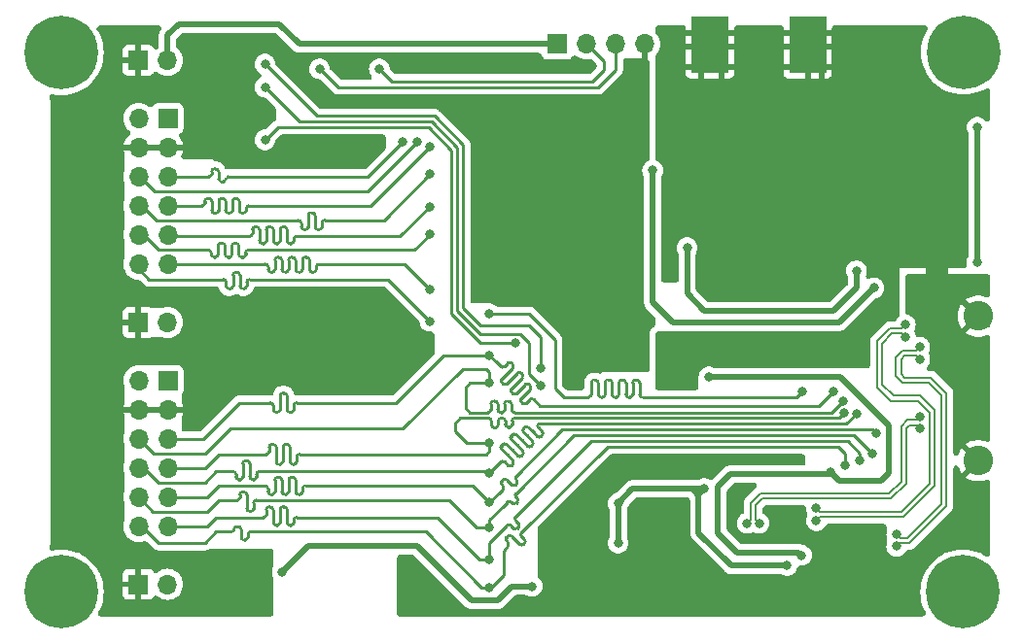
<source format=gbr>
%TF.GenerationSoftware,KiCad,Pcbnew,8.0.4*%
%TF.CreationDate,2024-09-14T20:21:27+07:00*%
%TF.ProjectId,FT600_RP2040,46543630-305f-4525-9032-3034302e6b69,rev?*%
%TF.SameCoordinates,PX7735940PY61c06a0*%
%TF.FileFunction,Copper,L2,Bot*%
%TF.FilePolarity,Positive*%
%FSLAX46Y46*%
G04 Gerber Fmt 4.6, Leading zero omitted, Abs format (unit mm)*
G04 Created by KiCad (PCBNEW 8.0.4) date 2024-09-14 20:21:27*
%MOMM*%
%LPD*%
G01*
G04 APERTURE LIST*
%TA.AperFunction,EtchedComponent*%
%ADD10C,0.000000*%
%TD*%
%TA.AperFunction,ComponentPad*%
%ADD11C,2.580000*%
%TD*%
%TA.AperFunction,ComponentPad*%
%ADD12C,0.800000*%
%TD*%
%TA.AperFunction,ComponentPad*%
%ADD13C,6.400000*%
%TD*%
%TA.AperFunction,ComponentPad*%
%ADD14R,1.700000X1.700000*%
%TD*%
%TA.AperFunction,ComponentPad*%
%ADD15O,1.700000X1.700000*%
%TD*%
%TA.AperFunction,SMDPad,CuDef*%
%ADD16R,3.200000X4.900000*%
%TD*%
%TA.AperFunction,SMDPad,CuDef*%
%ADD17C,2.000000*%
%TD*%
%TA.AperFunction,ViaPad*%
%ADD18C,0.800000*%
%TD*%
%TA.AperFunction,Conductor*%
%ADD19C,0.500000*%
%TD*%
%TA.AperFunction,Conductor*%
%ADD20C,0.250000*%
%TD*%
%TA.AperFunction,Conductor*%
%ADD21C,0.200000*%
%TD*%
G04 APERTURE END LIST*
D10*
%TA.AperFunction,EtchedComponent*%
%TO.C,NT1*%
G36*
X80750000Y29500000D02*
G01*
X78750000Y29500000D01*
X78750000Y33500000D01*
X80750000Y33500000D01*
X80750000Y29500000D01*
G37*
%TD.AperFunction*%
%TD*%
D11*
%TO.P,J8,MH1,MH1*%
%TO.N,GNDD*%
X83350000Y14950000D03*
%TO.P,J8,MH2,MH2*%
X83350000Y27550000D03*
%TD*%
D12*
%TO.P,REF\u002A\u002A,1*%
%TO.N,N/C*%
X1100000Y3500000D03*
X1802944Y5197056D03*
X1802944Y1802944D03*
X3500000Y5900000D03*
D13*
X3500000Y3500000D03*
D12*
X3500000Y1100000D03*
X5197056Y5197056D03*
X5197056Y1802944D03*
X5900000Y3500000D03*
%TD*%
D14*
%TO.P,J4,1,Pin_1*%
%TO.N,GNDD*%
X10225000Y49830000D03*
D15*
%TO.P,J4,2,Pin_2*%
%TO.N,+5V*%
X12765000Y49830000D03*
%TD*%
D14*
%TO.P,J3,1,1*%
%TO.N,+3.3V*%
X12790000Y21920000D03*
D15*
%TO.P,J3,2,2*%
X10250000Y21920000D03*
%TO.P,J3,3,3*%
%TO.N,GNDD*%
X12790000Y19380000D03*
%TO.P,J3,4,4*%
X10250000Y19380000D03*
%TO.P,J3,5,5*%
%TO.N,DATA_7*%
X12790000Y16840000D03*
%TO.P,J3,6,6*%
%TO.N,DATA_6*%
X10250000Y16840000D03*
%TO.P,J3,7,7*%
%TO.N,DATA_5*%
X12790000Y14300000D03*
%TO.P,J3,8,8*%
%TO.N,DATA_4*%
X10250000Y14300000D03*
%TO.P,J3,9,9*%
%TO.N,DATA_3*%
X12790000Y11760000D03*
%TO.P,J3,10,10*%
%TO.N,DATA_2*%
X10250000Y11760000D03*
%TO.P,J3,11,11*%
%TO.N,DATA_1*%
X12790000Y9220000D03*
%TO.P,J3,12,12*%
%TO.N,DATA_0*%
X10250000Y9220000D03*
%TD*%
D12*
%TO.P,REF\u002A\u002A,1*%
%TO.N,N/C*%
X79652944Y50552944D03*
X80355888Y52250000D03*
X80355888Y48855888D03*
X82052944Y52952944D03*
D13*
X82052944Y50552944D03*
D12*
X82052944Y48152944D03*
X83750000Y52250000D03*
X83750000Y48855888D03*
X84452944Y50552944D03*
%TD*%
D16*
%TO.P,J7,2,Ext*%
%TO.N,GNDA*%
X68500000Y51175000D03*
X60000000Y51175000D03*
%TD*%
D12*
%TO.P,REF\u002A\u002A,1*%
%TO.N,N/C*%
X1100000Y50500000D03*
X1802944Y52197056D03*
X1802944Y48802944D03*
X3500000Y52900000D03*
D13*
X3500000Y50500000D03*
D12*
X3500000Y48100000D03*
X5197056Y52197056D03*
X5197056Y48802944D03*
X5900000Y50500000D03*
%TD*%
%TO.P,REF\u002A\u002A,1*%
%TO.N,N/C*%
X79600000Y3500000D03*
X80302944Y5197056D03*
X80302944Y1802944D03*
X82000000Y5900000D03*
D13*
X82000000Y3500000D03*
D12*
X82000000Y1100000D03*
X83697056Y5197056D03*
X83697056Y1802944D03*
X84400000Y3500000D03*
%TD*%
D14*
%TO.P,J5,1,1*%
%TO.N,+3.3V*%
X12790000Y44780000D03*
D15*
%TO.P,J5,2,2*%
X10250000Y44780000D03*
%TO.P,J5,3,3*%
%TO.N,GNDD*%
X12790000Y42240000D03*
%TO.P,J5,4,4*%
X10250000Y42240000D03*
%TO.P,J5,5,5*%
%TO.N,BE_0*%
X12790000Y39700000D03*
%TO.P,J5,6,6*%
%TO.N,BE_1*%
X10250000Y39700000D03*
%TO.P,J5,7,7*%
%TO.N,TXE_N*%
X12790000Y37160000D03*
%TO.P,J5,8,8*%
%TO.N,RXF_N*%
X10250000Y37160000D03*
%TO.P,J5,9,9*%
%TO.N,WR_N*%
X12790000Y34620000D03*
%TO.P,J5,10,10*%
%TO.N,RD_N*%
X10250000Y34620000D03*
%TO.P,J5,11,11*%
%TO.N,OE_N*%
X12790000Y32080000D03*
%TO.P,J5,12,12*%
%TO.N,CLK*%
X10250000Y32080000D03*
%TD*%
D14*
%TO.P,J6,1,Pin_1*%
%TO.N,GNDD*%
X10225000Y4170000D03*
D15*
%TO.P,J6,2,Pin_2*%
%TO.N,+5V*%
X12765000Y4170000D03*
%TD*%
D14*
%TO.P,J1,1,Pin_1*%
%TO.N,+5V*%
X46700000Y51250000D03*
D15*
%TO.P,J1,2,Pin_2*%
%TO.N,SWCLK*%
X49240000Y51250000D03*
%TO.P,J1,3,Pin_3*%
%TO.N,SWDIO*%
X51780000Y51250000D03*
%TO.P,J1,4,Pin_4*%
%TO.N,GNDD*%
X54320000Y51250000D03*
%TD*%
D14*
%TO.P,J2,1,Pin_1*%
%TO.N,GNDD*%
X10225000Y27000000D03*
D15*
%TO.P,J2,2,Pin_2*%
%TO.N,+5V*%
X12765000Y27000000D03*
%TD*%
D17*
%TO.P,NT1,1,1*%
%TO.N,GNDD*%
X79750000Y29500000D03*
%TO.P,NT1,2,2*%
%TO.N,GNDA*%
X79750000Y33500000D03*
%TD*%
D18*
%TO.N,+3.3V*%
X59500000Y12500000D03*
X44500000Y4000000D03*
X22750000Y5250000D03*
X72750000Y31500000D03*
X83250000Y44000000D03*
X52000000Y11250000D03*
X58000000Y33500000D03*
X83250000Y32250000D03*
X52000000Y7750000D03*
X66700000Y5800000D03*
%TO.N,DATA_5*%
X40800000Y16500000D03*
X71675000Y19100000D03*
%TO.N,BE_0*%
X33250000Y42750000D03*
%TO.N,+5V*%
X55000000Y40250000D03*
X74250000Y30000000D03*
%TO.N,DATA_4*%
X72750000Y19050000D03*
X40800000Y13900000D03*
%TO.N,BE_1*%
X34500000Y42750000D03*
%TO.N,Net-(IC2-AVDD)*%
X70500000Y13975000D03*
X67950000Y6700000D03*
X59900000Y22250000D03*
%TO.N,SSRX-*%
X69250000Y9725000D03*
X77000000Y25735000D03*
%TO.N,TXE_N*%
X35600000Y42300000D03*
%TO.N,SWCLK*%
X31200000Y49100000D03*
%TO.N,SWDIO*%
X26000000Y49100000D03*
%TO.N,GPIO0*%
X45250000Y21500000D03*
X21250000Y47500000D03*
%TO.N,CLK*%
X40750000Y27750000D03*
X35600000Y27100000D03*
X68050000Y20975000D03*
%TO.N,DATA_2*%
X40800000Y9100000D03*
X74150000Y15550000D03*
%TO.N,DATA_7*%
X70750000Y21000000D03*
X40800000Y24100000D03*
%TO.N,~{RESET_N}*%
X43050000Y25225000D03*
X21250000Y42900000D03*
%TO.N,D-*%
X78300000Y17735000D03*
X64275000Y9500000D03*
%TO.N,GPIO1*%
X45250000Y23000000D03*
X21250000Y49500000D03*
%TO.N,RXF_N*%
X35600000Y39900000D03*
%TO.N,D+*%
X63225000Y9500000D03*
X78300000Y18785000D03*
%TO.N,WR_N*%
X35600000Y37100000D03*
%TO.N,DATA_6*%
X40800000Y21700000D03*
X71550000Y20150000D03*
%TO.N,DATA_3*%
X40800000Y11300000D03*
X74450000Y17300000D03*
%TO.N,DATA_0*%
X40800000Y3900000D03*
X71750000Y14500000D03*
%TO.N,SSRX+*%
X69250000Y10775000D03*
X77000000Y26785000D03*
%TO.N,GNDD*%
X32250000Y25750000D03*
X81500000Y21750000D03*
X28500000Y49500000D03*
X24250000Y21250000D03*
X52500000Y44500000D03*
X25500000Y41250000D03*
X78750000Y6825000D03*
X35500000Y25500000D03*
X70750000Y3000000D03*
X52800000Y4100000D03*
X28250000Y25750000D03*
X21750000Y45250000D03*
X53750000Y49000000D03*
X63250000Y15000000D03*
X42500000Y2000000D03*
X32250000Y21250000D03*
X46750000Y7000000D03*
X35500000Y2000000D03*
X50500000Y14050000D03*
X31500000Y29500000D03*
X53000000Y38250000D03*
X50750000Y46250000D03*
X35500000Y4500000D03*
X8000000Y8500000D03*
X53750000Y46000000D03*
X53750000Y43500000D03*
X50250000Y4250000D03*
X77750000Y30250000D03*
X49500000Y49250000D03*
X64750000Y15000000D03*
X50750000Y40750000D03*
X30250000Y46250000D03*
X24250000Y25750000D03*
X53000000Y31500000D03*
X41750000Y32500000D03*
X33250000Y6000000D03*
X48000000Y49250000D03*
X33250000Y2000000D03*
X77750000Y28250000D03*
X26250000Y46750000D03*
X24250000Y29500000D03*
X80500000Y22750000D03*
X53000000Y35250000D03*
X54000000Y6250000D03*
X54000000Y7750000D03*
X66250000Y15000000D03*
X50750000Y38250000D03*
X26750000Y42750000D03*
X47950000Y11400000D03*
X64000000Y4100000D03*
X8250000Y30500000D03*
X70750000Y4750000D03*
X50750000Y35250000D03*
X29000000Y40750000D03*
X52000000Y6250000D03*
X28250000Y21250000D03*
X28250000Y46250000D03*
X48000000Y21750000D03*
X50750000Y31500000D03*
X15750000Y42750000D03*
X45500000Y5750000D03*
X42250000Y45000000D03*
X50425000Y11550000D03*
X47500000Y4250000D03*
X31250000Y42750000D03*
X28250000Y29500000D03*
X30250000Y42000000D03*
%TO.N,GNDA*%
X56500000Y47500000D03*
X56250000Y41500000D03*
X68525000Y47475000D03*
X78500000Y44000000D03*
X56250000Y37500000D03*
X64125000Y32875000D03*
X62250000Y39000000D03*
X56250000Y43500000D03*
X70750000Y38000000D03*
X58750000Y37500000D03*
X70750000Y47500000D03*
X72250000Y38000000D03*
X62750000Y52250000D03*
X68750000Y46000000D03*
X65750000Y49500000D03*
X56500000Y49500000D03*
X71250000Y49250000D03*
X62250000Y41500000D03*
X81000000Y44000000D03*
X76250000Y33000000D03*
X71250000Y52250000D03*
X60775000Y38925000D03*
X62125000Y32875000D03*
X56500000Y52400000D03*
X65250000Y29250000D03*
X56250000Y45500000D03*
X69750000Y34000000D03*
X56750000Y31000000D03*
X68975000Y37975000D03*
X56250000Y32250000D03*
X56500000Y51000000D03*
X62750000Y51000000D03*
X62250000Y43500000D03*
X74000000Y52250000D03*
X57500000Y48000000D03*
X71500000Y44500000D03*
X62750000Y49500000D03*
X71250000Y51000000D03*
X78500000Y33000000D03*
X70750000Y31250000D03*
X64100000Y23625000D03*
X81000000Y33000000D03*
X77750000Y52250000D03*
X76250000Y44050000D03*
X62250000Y45500000D03*
X59250000Y31500000D03*
X62250000Y47500000D03*
X68750000Y44500000D03*
X65750000Y52250000D03*
%TO.N,RD_N*%
X35600000Y34700000D03*
%TO.N,DATA_1*%
X73050000Y15000000D03*
X40800000Y6300000D03*
%TO.N,OE_N*%
X35600000Y29900000D03*
%TO.N,SSTX-*%
X76250000Y7475000D03*
X78250000Y23785000D03*
%TO.N,SSTX+*%
X78250000Y24835000D03*
X76250000Y8525000D03*
%TD*%
D19*
%TO.N,+3.3V*%
X66700000Y5800000D02*
X61850000Y5800000D01*
X59000000Y8650000D02*
X59000000Y11750000D01*
X58000000Y33500000D02*
X58000000Y29500000D01*
X59000000Y11750000D02*
X59000000Y12000000D01*
X83250000Y37425000D02*
X83250000Y32250000D01*
X59000000Y12000000D02*
X59500000Y12500000D01*
X59500000Y28000000D02*
X70750000Y28000000D01*
X39250000Y2750000D02*
X41500000Y2750000D01*
X83250000Y38000000D02*
X83250000Y37425000D01*
X22750000Y5250000D02*
X25000000Y7500000D01*
X59000000Y12500000D02*
X59500000Y12500000D01*
X59000000Y11750000D02*
X59000000Y11950000D01*
X83250000Y44000000D02*
X83250000Y39325000D01*
X52000000Y7750000D02*
X52000000Y11250000D01*
X53250000Y12500000D02*
X58450000Y12500000D01*
X58450000Y12500000D02*
X59000000Y12500000D01*
X72750000Y30000000D02*
X72750000Y31500000D01*
X41500000Y2750000D02*
X42750000Y4000000D01*
X42750000Y4000000D02*
X44500000Y4000000D01*
X83250000Y39025000D02*
X83250000Y39325000D01*
X34500000Y7500000D02*
X39250000Y2750000D01*
X70750000Y28000000D02*
X72750000Y30000000D01*
X52000000Y11250000D02*
X53250000Y12500000D01*
X83250000Y39325000D02*
X83250000Y38000000D01*
X59000000Y11950000D02*
X58450000Y12500000D01*
X59000000Y11750000D02*
X59000000Y12500000D01*
X58000000Y29500000D02*
X59500000Y28000000D01*
X61850000Y5800000D02*
X59000000Y8650000D01*
X25000000Y7500000D02*
X34500000Y7500000D01*
D20*
%TO.N,DATA_5*%
X23410000Y14871403D02*
X23410000Y15260000D01*
X38800000Y16500000D02*
X40800000Y16500000D01*
X71225000Y18650000D02*
X43000000Y18650000D01*
X40960000Y18069251D02*
X40960000Y18410000D01*
X42160000Y18119252D02*
X42160000Y18410000D01*
X22810000Y15500000D02*
X22810000Y14871403D01*
X22570000Y14631403D02*
X22450000Y14631403D01*
X38250000Y18650000D02*
X37800000Y18200000D01*
X21610000Y16128597D02*
X21610000Y15740000D01*
X41920000Y18650000D02*
X41800000Y18650000D01*
X71675000Y19100000D02*
X71225000Y18650000D01*
X42760000Y18410000D02*
X42760000Y18119252D01*
X21250000Y15500000D02*
X20250000Y15500000D01*
X24010000Y15260000D02*
X24010000Y14871403D01*
X37800000Y17500000D02*
X38800000Y16500000D01*
X22810000Y16128597D02*
X22810000Y15500000D01*
X42520000Y17879252D02*
X42400000Y17879252D01*
X16050000Y14300000D02*
X12790000Y14300000D01*
X21970000Y16368597D02*
X21850000Y16368597D01*
X22210000Y15500000D02*
X22210000Y15740000D01*
X40600000Y18650000D02*
X39764856Y18650000D01*
X22210000Y15740000D02*
X22210000Y16128597D01*
X20250000Y15500000D02*
X17250000Y15500000D01*
X23770000Y14631403D02*
X23650000Y14631403D01*
X23170000Y16368597D02*
X23050000Y16368597D01*
X41320000Y17829251D02*
X41200000Y17829251D01*
X23410000Y15260000D02*
X23410000Y15500000D01*
X37800000Y18200000D02*
X37800000Y17500000D01*
X40500000Y15500000D02*
X24250000Y15500000D01*
X40800000Y15800000D02*
X40800000Y16500000D01*
X40800000Y15800000D02*
X40500000Y15500000D01*
X22210000Y14871403D02*
X22210000Y15500000D01*
X23410000Y15500000D02*
X23410000Y16128597D01*
X17250000Y15500000D02*
X16050000Y14300000D01*
X40720000Y18650000D02*
X40600000Y18650000D01*
X41560000Y18410000D02*
X41560000Y18069251D01*
X21370000Y15500000D02*
X21250000Y15500000D01*
X39764856Y18650000D02*
X38250000Y18650000D01*
X24010000Y14871403D02*
G75*
G02*
X23770000Y14631400I-240000J-3D01*
G01*
X41800000Y18650000D02*
G75*
G03*
X41560000Y18410000I0J-240000D01*
G01*
X42160000Y18410000D02*
G75*
G03*
X41920000Y18650000I-240000J0D01*
G01*
X22810000Y14871403D02*
G75*
G02*
X22570000Y14631400I-240000J-3D01*
G01*
X23410000Y16128597D02*
G75*
G03*
X23170000Y16368600I-240000J3D01*
G01*
X42760000Y18119252D02*
G75*
G02*
X42520000Y17879300I-240000J48D01*
G01*
X41200000Y17829251D02*
G75*
G02*
X40960051Y18069251I0J239949D01*
G01*
X24250000Y15500000D02*
G75*
G03*
X24010000Y15260000I0J-240000D01*
G01*
X40960000Y18410000D02*
G75*
G03*
X40720000Y18650000I-240000J0D01*
G01*
X22450000Y14631403D02*
G75*
G02*
X22210003Y14871403I0J239997D01*
G01*
X41560000Y18069251D02*
G75*
G02*
X41320000Y17829200I-240000J-51D01*
G01*
X21610000Y15740000D02*
G75*
G02*
X21370000Y15500000I-240000J0D01*
G01*
X23650000Y14631403D02*
G75*
G02*
X23410003Y14871403I0J239997D01*
G01*
X43000000Y18650000D02*
G75*
G03*
X42760000Y18410000I0J-240000D01*
G01*
X42400000Y17879252D02*
G75*
G02*
X42159952Y18119252I0J240048D01*
G01*
X23050000Y16368597D02*
G75*
G03*
X22810003Y16128597I0J-239997D01*
G01*
X21850000Y16368597D02*
G75*
G03*
X21610003Y16128597I0J-239997D01*
G01*
X22210000Y16128597D02*
G75*
G03*
X21970000Y16368600I-240000J3D01*
G01*
%TO.N,BE_0*%
X16970000Y40388719D02*
X16850000Y40388719D01*
X16250000Y39700000D02*
X15300000Y39700000D01*
X17630874Y39280874D02*
X17419563Y39280874D01*
X17210000Y39490437D02*
X17210000Y39700000D01*
X17210000Y39940000D02*
X17210000Y40148719D01*
X16370000Y39700000D02*
X16250000Y39700000D01*
X16610000Y40148719D02*
X16610000Y39940000D01*
X30200000Y39700000D02*
X18050000Y39700000D01*
X17210000Y39700000D02*
X17210000Y39940000D01*
X15300000Y39700000D02*
X12790000Y39700000D01*
X33250000Y42750000D02*
X30200000Y39700000D01*
X17840437Y39490437D02*
G75*
G02*
X17630874Y39280863I-209537J-37D01*
G01*
X18050000Y39700000D02*
G75*
G03*
X17840400Y39490437I0J-209600D01*
G01*
X16610000Y39940000D02*
G75*
G02*
X16370000Y39700000I-240000J0D01*
G01*
X17210000Y40148719D02*
G75*
G03*
X16970000Y40388700I-240000J-19D01*
G01*
X16850000Y40388719D02*
G75*
G03*
X16609981Y40148719I0J-240019D01*
G01*
X17419563Y39280874D02*
G75*
G02*
X17210074Y39490437I37J209526D01*
G01*
D19*
%TO.N,+5V*%
X13750000Y53000000D02*
X12765000Y52015000D01*
X56750000Y27000000D02*
X71250000Y27000000D01*
X46700000Y51250000D02*
X24250000Y51250000D01*
X71250000Y27000000D02*
X74250000Y30000000D01*
X55000000Y40250000D02*
X55000000Y28750000D01*
X22500000Y53000000D02*
X13750000Y53000000D01*
X24250000Y51250000D02*
X22500000Y53000000D01*
X55000000Y28750000D02*
X56750000Y27000000D01*
X12765000Y52015000D02*
X12765000Y49830000D01*
D20*
%TO.N,DATA_4*%
X18470000Y14000000D02*
X18350000Y14000000D01*
X11950000Y13050000D02*
X10700000Y14300000D01*
X40800001Y13900000D02*
X40800000Y13900000D01*
X19670000Y14940215D02*
X19550000Y14940215D01*
X17500000Y14000000D02*
X17000000Y14000000D01*
X43255461Y15362487D02*
X42758975Y15858973D01*
X19310000Y14000000D02*
X19310000Y13760000D01*
X17000000Y14000000D02*
X16050000Y13050000D01*
X44625736Y17386321D02*
X44456030Y17556027D01*
X43183238Y16283238D02*
X43679725Y15786751D01*
X45250000Y18150000D02*
X45050000Y18150000D01*
X42795849Y14634159D02*
X42710994Y14549303D01*
X44528252Y16295867D02*
X44443401Y16211015D01*
X20510000Y13760000D02*
X20510000Y13549785D01*
X44952516Y17059541D02*
X44625736Y17386321D01*
X44456030Y17556030D02*
X44171672Y17840388D01*
X41655886Y14755885D02*
X40800001Y13900000D01*
X45050000Y17810588D02*
X45376781Y17483807D01*
X20270000Y13309785D02*
X20150000Y13309785D01*
X44103989Y16211015D02*
X43607503Y16707501D01*
X19310000Y14700215D02*
X19310000Y14000000D01*
X19070000Y13309785D02*
X18950000Y13309785D01*
X19910000Y13760000D02*
X19910000Y14000000D01*
X71850000Y18150000D02*
X45250000Y18150000D01*
X10700000Y14300000D02*
X10250000Y14300000D01*
X42758975Y15858973D02*
X42758974Y15858974D01*
X45376781Y17144395D02*
X45291928Y17059541D01*
X43747408Y17416124D02*
X44031765Y17131767D01*
X20750000Y14000000D02*
X40700000Y14000000D01*
X41923076Y16355461D02*
X41838223Y16270609D01*
X40700000Y14000000D02*
X40800000Y13900000D01*
X42334709Y15434711D02*
X42795849Y14973571D01*
X16050000Y13050000D02*
X11950000Y13050000D01*
X43607502Y16707502D02*
X43110983Y17204021D01*
X19910000Y14000000D02*
X19910000Y14700215D01*
X43607503Y16707501D02*
X43607502Y16707502D01*
X42758974Y15858974D02*
X42262487Y16355461D01*
X42686719Y16779757D02*
X43183237Y16283239D01*
X72750000Y19050000D02*
X71850000Y18150000D01*
X42371584Y14549304D02*
X42080151Y14840737D01*
X41838223Y15931197D02*
X42334709Y15434711D01*
X19310000Y13760000D02*
X19310000Y13549785D01*
X44031765Y17131767D02*
X44031766Y17131766D01*
X42771572Y17204021D02*
X42686719Y17119169D01*
X41740739Y14840736D02*
X41655886Y14755885D01*
X44456030Y17556027D02*
X44456030Y17556030D01*
X18710000Y13549785D02*
X18710000Y13760000D01*
X44031766Y17131766D02*
X44528253Y16635279D01*
X18350000Y14000000D02*
X17500000Y14000000D01*
X43832261Y17840388D02*
X43747408Y17755536D01*
X43183237Y16283239D02*
X43183238Y16283238D01*
X43679724Y15447339D02*
X43594873Y15362487D01*
X19910000Y13549785D02*
X19910000Y13760000D01*
X18950000Y13309785D02*
G75*
G02*
X18709985Y13549785I0J240015D01*
G01*
X44528253Y16635279D02*
G75*
G02*
X44528226Y16295893I-169753J-169679D01*
G01*
X20510000Y13549785D02*
G75*
G02*
X20270000Y13309800I-240000J15D01*
G01*
X42686719Y17119169D02*
G75*
G03*
X42686756Y16779794I169681J-169669D01*
G01*
X43594873Y15362487D02*
G75*
G02*
X43255461Y15362487I-169706J169701D01*
G01*
X43110983Y17204021D02*
G75*
G03*
X42771573Y17204021I-169705J-169703D01*
G01*
X42710994Y14549303D02*
G75*
G02*
X42371595Y14549314I-169694J169697D01*
G01*
X19550000Y14940215D02*
G75*
G03*
X19309985Y14700215I0J-240015D01*
G01*
X43747408Y17755536D02*
G75*
G03*
X43747378Y17416094I169692J-169736D01*
G01*
X19910000Y14700215D02*
G75*
G03*
X19670000Y14940200I-240000J-15D01*
G01*
X42080151Y14840737D02*
G75*
G03*
X41740694Y14840782I-169751J-169737D01*
G01*
X44443401Y16211015D02*
G75*
G02*
X44103989Y16211015I-169706J169701D01*
G01*
X18710000Y13760000D02*
G75*
G03*
X18470000Y14000000I-240000J0D01*
G01*
X42795849Y14973571D02*
G75*
G02*
X42795814Y14634194I-169749J-169671D01*
G01*
X44171672Y17840388D02*
G75*
G03*
X43832262Y17840388I-169705J-169703D01*
G01*
X42262487Y16355461D02*
G75*
G03*
X41923075Y16355462I-169706J-169703D01*
G01*
X45376781Y17483807D02*
G75*
G02*
X45376782Y17144394I-169681J-169707D01*
G01*
X43679725Y15786751D02*
G75*
G02*
X43679770Y15447294I-169725J-169751D01*
G01*
X20750000Y14000000D02*
G75*
G03*
X20510000Y13760000I0J-240000D01*
G01*
X20150000Y13309785D02*
G75*
G02*
X19909985Y13549785I0J240015D01*
G01*
X45050000Y18150000D02*
G75*
G03*
X45050006Y17810594I169700J-169700D01*
G01*
X19310000Y13549785D02*
G75*
G02*
X19070000Y13309800I-240000J15D01*
G01*
X45291928Y17059541D02*
G75*
G02*
X44952516Y17059541I-169706J169708D01*
G01*
X41838223Y16270609D02*
G75*
G03*
X41838220Y15931194I169677J-169709D01*
G01*
%TO.N,BE_1*%
X30200000Y38450000D02*
X11650000Y38450000D01*
X34500000Y42750000D02*
X30200000Y38450000D01*
X10400000Y39700000D02*
X10250000Y39700000D01*
X11650000Y38450000D02*
X10400000Y39700000D01*
D19*
%TO.N,Net-(IC2-AVDD)*%
X60700000Y8600000D02*
X60700000Y12700000D01*
X71275000Y13200000D02*
X70500000Y13975000D01*
X60700000Y12700000D02*
X61750000Y13750000D01*
X61750000Y13750000D02*
X70275000Y13750000D01*
X67950000Y6700000D02*
X67700000Y6950000D01*
X70275000Y13750000D02*
X70500000Y13975000D01*
X59900000Y22250000D02*
X71300000Y22250000D01*
X74900000Y13200000D02*
X71275000Y13200000D01*
X67700000Y6950000D02*
X62350000Y6950000D01*
X71300000Y22250000D02*
X75550000Y18000000D01*
X62350000Y6950000D02*
X60700000Y8600000D01*
X75550000Y13850000D02*
X74900000Y13200000D01*
X75550000Y18000000D02*
X75550000Y13850000D01*
D21*
%TO.N,SSRX-*%
X74975000Y21575000D02*
X74975000Y25156800D01*
X75853199Y26034999D02*
X76700001Y26034999D01*
X69250000Y9725000D02*
X69549999Y10024999D01*
X78300000Y20600000D02*
X75950000Y20600000D01*
X69549999Y10024999D02*
X76843199Y10024999D01*
X79550000Y12731800D02*
X79550000Y19350000D01*
X79550000Y19350000D02*
X78300000Y20600000D01*
X76843199Y10024999D02*
X79550000Y12731800D01*
X74975000Y25156800D02*
X75853199Y26034999D01*
X75950000Y20600000D02*
X74975000Y21575000D01*
X76700001Y26034999D02*
X77000000Y25735000D01*
D20*
%TO.N,TXE_N*%
X18770000Y37804744D02*
X18650000Y37804744D01*
X18170000Y36515256D02*
X18050000Y36515256D01*
X16970000Y36515253D02*
X16850000Y36515253D01*
X15770000Y37160000D02*
X15650000Y37160000D01*
X16370000Y37804751D02*
X16250000Y37804751D01*
X19370000Y36515256D02*
X19250000Y36515256D01*
X35600000Y42300000D02*
X30460000Y37160000D01*
X18410000Y37564744D02*
X18410000Y37160000D01*
X16610000Y37160000D02*
X16610000Y37400000D01*
X17570000Y37804744D02*
X17450000Y37804744D01*
X19010000Y36755256D02*
X19010000Y36920000D01*
X16610000Y36755253D02*
X16610000Y37160000D01*
X16610000Y37400000D02*
X16610000Y37564751D01*
X15650000Y37160000D02*
X14750000Y37160000D01*
X30460000Y37160000D02*
X19850000Y37160000D01*
X17810000Y37160000D02*
X17810000Y37564744D01*
X18410000Y37160000D02*
X18410000Y36755256D01*
X17810000Y36755256D02*
X17810000Y37160000D01*
X14750000Y37160000D02*
X12790000Y37160000D01*
X17210000Y37564744D02*
X17210000Y37160000D01*
X16010000Y37564751D02*
X16010000Y37400000D01*
X17210000Y37160000D02*
X17210000Y36755253D01*
X19010000Y36920000D02*
X19010000Y37160000D01*
X19610000Y36920000D02*
X19610000Y36755256D01*
X19010000Y37160000D02*
X19010000Y37564744D01*
X16010000Y37400000D02*
G75*
G02*
X15770000Y37160000I-240000J0D01*
G01*
X16250000Y37804751D02*
G75*
G03*
X16010049Y37564751I0J-239951D01*
G01*
X17210000Y36755253D02*
G75*
G02*
X16970000Y36515300I-240000J47D01*
G01*
X19010000Y37564744D02*
G75*
G03*
X18770000Y37804700I-240000J-44D01*
G01*
X18050000Y36515256D02*
G75*
G02*
X17809956Y36755256I0J240044D01*
G01*
X19610000Y36755256D02*
G75*
G02*
X19370000Y36515300I-240000J44D01*
G01*
X16610000Y37564751D02*
G75*
G03*
X16370000Y37804800I-240000J49D01*
G01*
X19850000Y37160000D02*
G75*
G03*
X19610000Y36920000I0J-240000D01*
G01*
X18410000Y36755256D02*
G75*
G02*
X18170000Y36515300I-240000J44D01*
G01*
X17810000Y37564744D02*
G75*
G03*
X17570000Y37804700I-240000J-44D01*
G01*
X18650000Y37804744D02*
G75*
G03*
X18409956Y37564744I0J-240044D01*
G01*
X19250000Y36515256D02*
G75*
G02*
X19009956Y36755256I0J240044D01*
G01*
X16850000Y36515253D02*
G75*
G02*
X16609953Y36755253I0J240047D01*
G01*
X17450000Y37804744D02*
G75*
G03*
X17209956Y37564744I0J-240044D01*
G01*
%TO.N,SWCLK*%
X50750000Y49000000D02*
X49750000Y48000000D01*
X50750000Y49750000D02*
X50750000Y49000000D01*
X49250000Y51250000D02*
X50750000Y49750000D01*
X49750000Y48000000D02*
X32300000Y48000000D01*
X32300000Y48000000D02*
X31200000Y49100000D01*
X49240000Y51250000D02*
X49250000Y51250000D01*
%TO.N,SWDIO*%
X27600000Y47500000D02*
X50250000Y47500000D01*
X51780000Y49030000D02*
X51780000Y51250000D01*
X26000000Y49100000D02*
X27600000Y47500000D01*
X50250000Y47500000D02*
X51780000Y49030000D01*
%TO.N,GPIO0*%
X40000000Y26000000D02*
X38000000Y28000000D01*
X35750000Y44500000D02*
X24250000Y44500000D01*
X44250000Y25250000D02*
X43500000Y26000000D01*
X45250000Y21500000D02*
X44250000Y22500000D01*
X38000000Y42250000D02*
X35750000Y44500000D01*
X43500000Y26000000D02*
X40000000Y26000000D01*
X24250000Y44500000D02*
X21250000Y47500000D01*
X38000000Y28000000D02*
X38000000Y42250000D01*
X44250000Y22500000D02*
X44250000Y25250000D01*
%TO.N,CLK*%
X49289926Y20475000D02*
X47275000Y20475000D01*
X68050000Y20975000D02*
X67550000Y20475000D01*
X51460000Y20715000D02*
X51460000Y21735957D01*
X51220000Y21975957D02*
X51100000Y21975957D01*
X53020000Y20475000D02*
X52900000Y20475000D01*
X49420000Y20475000D02*
X49300000Y20475000D01*
X11150000Y30750000D02*
X10250000Y31650000D01*
X51820000Y20475000D02*
X51700000Y20475000D01*
X17860000Y30177707D02*
X17860000Y30510000D01*
X10250000Y31650000D02*
X10250000Y32080000D01*
X50620000Y20475000D02*
X50500000Y20475000D01*
X15850000Y30750000D02*
X11150000Y30750000D01*
X18820000Y31362312D02*
X18700000Y31362312D01*
X53860000Y20715000D02*
X53860000Y21735957D01*
X18460000Y30750000D02*
X18460000Y30510000D01*
X50020000Y21975950D02*
X49900000Y21975950D01*
X52060000Y21735957D02*
X52060000Y20715000D01*
X17500000Y30750000D02*
X15850000Y30750000D01*
X19060000Y30750000D02*
X19060000Y31122312D01*
X49300000Y20475000D02*
X49289926Y20475000D01*
X46500000Y21250000D02*
X46500000Y25500000D01*
X44250000Y27750000D02*
X40750000Y27750000D01*
X18460000Y30510000D02*
X18460000Y30177707D01*
X18460000Y31122312D02*
X18460000Y30750000D01*
X18220000Y29937707D02*
X18100000Y29937707D01*
X49660000Y21735950D02*
X49660000Y20715000D01*
X47275000Y20475000D02*
X46500000Y21250000D01*
X19420000Y29937684D02*
X19300000Y29937684D01*
X50860000Y21735957D02*
X50860000Y20715000D01*
X19060000Y30177684D02*
X19060000Y30510000D01*
X67550000Y20475000D02*
X54100000Y20475000D01*
X19060000Y30510000D02*
X19060000Y30750000D01*
X50260000Y20715000D02*
X50260000Y21735950D01*
X53620000Y21975957D02*
X53500000Y21975957D01*
X52420000Y21975957D02*
X52300000Y21975957D01*
X31950000Y30750000D02*
X19900000Y30750000D01*
X52660000Y20715000D02*
X52660000Y21735957D01*
X19660000Y30510000D02*
X19660000Y30177684D01*
X35600000Y27100000D02*
X31950000Y30750000D01*
X53260000Y21735957D02*
X53260000Y20715000D01*
X46500000Y25500000D02*
X44250000Y27750000D01*
X17620000Y30750000D02*
X17500000Y30750000D01*
X19900000Y30750000D02*
G75*
G03*
X19660000Y30510000I0J-240000D01*
G01*
X19060000Y31122312D02*
G75*
G03*
X18820000Y31362300I-240000J-12D01*
G01*
X18700000Y31362312D02*
G75*
G03*
X18459988Y31122312I0J-240012D01*
G01*
X19300000Y29937684D02*
G75*
G02*
X19059984Y30177684I0J240016D01*
G01*
X52300000Y21975957D02*
G75*
G03*
X52060043Y21735957I0J-239957D01*
G01*
X52660000Y21735957D02*
G75*
G03*
X52420000Y21976000I-240000J43D01*
G01*
X51100000Y21975957D02*
G75*
G03*
X50860043Y21735957I0J-239957D01*
G01*
X54100000Y20475000D02*
G75*
G02*
X53860000Y20715000I0J240000D01*
G01*
X53500000Y21975957D02*
G75*
G03*
X53260043Y21735957I0J-239957D01*
G01*
X17860000Y30510000D02*
G75*
G03*
X17620000Y30750000I-240000J0D01*
G01*
X50860000Y20715000D02*
G75*
G02*
X50620000Y20475000I-240000J0D01*
G01*
X53860000Y21735957D02*
G75*
G03*
X53620000Y21976000I-240000J43D01*
G01*
X49900000Y21975950D02*
G75*
G03*
X49660050Y21735950I0J-239950D01*
G01*
X51460000Y21735957D02*
G75*
G03*
X51220000Y21976000I-240000J43D01*
G01*
X19660000Y30177684D02*
G75*
G02*
X19420000Y29937700I-240000J16D01*
G01*
X50500000Y20475000D02*
G75*
G02*
X50260000Y20715000I0J240000D01*
G01*
X53260000Y20715000D02*
G75*
G02*
X53020000Y20475000I-240000J0D01*
G01*
X18100000Y29937707D02*
G75*
G02*
X17860007Y30177707I0J239993D01*
G01*
X52900000Y20475000D02*
G75*
G02*
X52660000Y20715000I0J240000D01*
G01*
X50260000Y21735950D02*
G75*
G03*
X50020000Y21976000I-240000J50D01*
G01*
X51700000Y20475000D02*
G75*
G02*
X51460000Y20715000I0J240000D01*
G01*
X52060000Y20715000D02*
G75*
G02*
X51820000Y20475000I-240000J0D01*
G01*
X18460000Y30177707D02*
G75*
G02*
X18220000Y29937700I-240000J-7D01*
G01*
X49660000Y20715000D02*
G75*
G02*
X49420000Y20475000I-240000J0D01*
G01*
%TO.N,DATA_2*%
X42251471Y11251470D02*
X42000000Y11000000D01*
X19060000Y11981221D02*
X19060000Y11740000D01*
X16250000Y10500000D02*
X11500000Y10500000D01*
X40800000Y9800000D02*
X40800000Y9100000D01*
X42760871Y11251187D02*
X42675737Y11336321D01*
X43185135Y11336041D02*
X43100281Y11251186D01*
X39650000Y9100000D02*
X37250000Y11500000D01*
X48150000Y17150000D02*
X43100000Y12100000D01*
X20260000Y11260000D02*
X20260000Y10768772D01*
X37250000Y11500000D02*
X20500000Y11500000D01*
X10250000Y11750000D02*
X10250000Y11760000D01*
X43100000Y11760588D02*
X43185135Y11675453D01*
X74150000Y15550000D02*
X74100000Y15550000D01*
X42000000Y11000000D02*
X40800000Y9800000D01*
X18700000Y11500000D02*
X18000000Y11500000D01*
X74100000Y15550000D02*
X72500000Y17150000D01*
X72500000Y17150000D02*
X48150000Y17150000D01*
X17250000Y11500000D02*
X16250000Y10500000D01*
X19660000Y10768772D02*
X19660000Y11260000D01*
X19420000Y12221221D02*
X19300000Y12221221D01*
X19660000Y11260000D02*
X19660000Y11981221D01*
X42336325Y11336321D02*
X42251471Y11251470D01*
X11500000Y10500000D02*
X10250000Y11750000D01*
X39650000Y9100000D02*
X40800000Y9100000D01*
X18820000Y11500000D02*
X18700000Y11500000D01*
X18000000Y11500000D02*
X17250000Y11500000D01*
X20020000Y10528772D02*
X19900000Y10528772D01*
X20500000Y11500000D02*
G75*
G03*
X20260000Y11260000I0J-240000D01*
G01*
X43100000Y12100000D02*
G75*
G03*
X43100006Y11760594I169700J-169700D01*
G01*
X19300000Y12221221D02*
G75*
G03*
X19059979Y11981221I0J-240021D01*
G01*
X43100281Y11251186D02*
G75*
G02*
X42760895Y11251210I-169681J169714D01*
G01*
X20260000Y10768772D02*
G75*
G02*
X20020000Y10528800I-240000J28D01*
G01*
X19660000Y11981221D02*
G75*
G03*
X19420000Y12221200I-240000J-21D01*
G01*
X19060000Y11740000D02*
G75*
G02*
X18820000Y11500000I-240000J0D01*
G01*
X43185135Y11675453D02*
G75*
G02*
X43185182Y11335994I-169735J-169753D01*
G01*
X19900000Y10528772D02*
G75*
G02*
X19659972Y10768772I0J240028D01*
G01*
X42675737Y11336321D02*
G75*
G03*
X42336325Y11336321I-169706J-169708D01*
G01*
%TO.N,DATA_7*%
X42333961Y22566039D02*
X42503666Y22735745D01*
X43606761Y21293239D02*
X43133361Y20819842D01*
X22560000Y19760000D02*
X22560000Y19397175D01*
X45200000Y19700000D02*
X44625000Y20275000D01*
X22560000Y20602802D02*
X22560000Y20000000D01*
X43182494Y21717506D02*
X43620559Y22155572D01*
X42807365Y23378855D02*
X42722512Y23463708D01*
X23520000Y19157175D02*
X23400000Y19157175D01*
X41860544Y22092625D02*
X42333960Y22566040D01*
X32650000Y20000000D02*
X24000000Y20000000D01*
X44327668Y21505026D02*
X44242813Y21589881D01*
X42383100Y23463708D02*
X42079401Y23160010D01*
X21960000Y19397175D02*
X21960000Y19760000D01*
X43620559Y22494983D02*
X43535704Y22579838D01*
X41655138Y23244862D02*
X41339228Y23560772D01*
X21600000Y20000000D02*
X20000000Y20000000D01*
X70750000Y21000000D02*
X69450000Y19700000D01*
X23160000Y19760000D02*
X23160000Y20000000D01*
X44031024Y20868975D02*
X44031027Y20868973D01*
X41339228Y23560772D02*
X40800000Y24100000D01*
X15840000Y16840000D02*
X12790000Y16840000D01*
X43861318Y20699269D02*
X44031024Y20868975D01*
X23160000Y20000000D02*
X23160000Y20602802D01*
X42758228Y22141772D02*
X42284811Y21668358D01*
X23160000Y19397175D02*
X23160000Y19760000D01*
X43182491Y21717508D02*
X43182494Y21717506D01*
X22920000Y20842802D02*
X22800000Y20842802D01*
X42503666Y22735745D02*
X42807365Y23039444D01*
X43903402Y21589881D02*
X43606760Y21293240D01*
X36750000Y24100000D02*
X40800000Y24100000D01*
X69450000Y19700000D02*
X45200000Y19700000D01*
X43642445Y19971272D02*
X43557589Y20056128D01*
X44031027Y20868973D02*
X44327668Y21165615D01*
X42758227Y22141773D02*
X42758228Y22141772D01*
X23760000Y19760000D02*
X23760000Y19397175D01*
X44285588Y20275000D02*
X43981857Y19971272D01*
X20000000Y20000000D02*
X19000000Y20000000D01*
X22320000Y19157175D02*
X22200000Y19157175D01*
X42709094Y21244108D02*
X43182491Y21717508D01*
X41739989Y23160010D02*
X41655138Y23244862D01*
X43606760Y21293240D02*
X43606761Y21293239D01*
X43196293Y22579838D02*
X42758227Y22141773D01*
X42793949Y20819842D02*
X42709093Y20904698D01*
X41945401Y21668357D02*
X41860545Y21753213D01*
X22560000Y20000000D02*
X22560000Y19760000D01*
X19000000Y20000000D02*
X15840000Y16840000D01*
X21720000Y20000000D02*
X21600000Y20000000D01*
X42333960Y22566040D02*
X42333961Y22566039D01*
X43557590Y20395538D02*
X43861318Y20699269D01*
X36750000Y24100000D02*
X32650000Y20000000D01*
X24000000Y20000000D02*
G75*
G03*
X23760000Y19760000I0J-240000D01*
G01*
X42709093Y20904698D02*
G75*
G02*
X42709096Y21244106I169707J169702D01*
G01*
X23400000Y19157175D02*
G75*
G02*
X23159975Y19397175I0J240025D01*
G01*
X43535704Y22579838D02*
G75*
G03*
X43196294Y22579838I-169705J-169703D01*
G01*
X44242813Y21589881D02*
G75*
G03*
X43903403Y21589881I-169705J-169703D01*
G01*
X21960000Y19760000D02*
G75*
G03*
X21720000Y20000000I-240000J0D01*
G01*
X42079401Y23160010D02*
G75*
G02*
X41739989Y23160010I-169706J169704D01*
G01*
X22800000Y20842802D02*
G75*
G03*
X22559998Y20602802I0J-240002D01*
G01*
X41860545Y21753213D02*
G75*
G02*
X41860563Y22092606I169755J169687D01*
G01*
X43133361Y20819842D02*
G75*
G02*
X42793949Y20819842I-169706J169701D01*
G01*
X43557589Y20056128D02*
G75*
G02*
X43557622Y20395505I169711J169672D01*
G01*
X44625000Y20275000D02*
G75*
G03*
X44285588Y20275000I-169706J-169701D01*
G01*
X43981857Y19971272D02*
G75*
G02*
X43642445Y19971272I-169706J169701D01*
G01*
X42284811Y21668358D02*
G75*
G02*
X41945396Y21668352I-169711J169742D01*
G01*
X43620559Y22155572D02*
G75*
G03*
X43620582Y22495006I-169659J169728D01*
G01*
X44327668Y21165615D02*
G75*
G03*
X44327648Y21505005I-169668J169685D01*
G01*
X23160000Y20602802D02*
G75*
G03*
X22920000Y20842800I-240000J-2D01*
G01*
X42722512Y23463708D02*
G75*
G03*
X42383100Y23463708I-169706J-169704D01*
G01*
X22200000Y19157175D02*
G75*
G02*
X21959975Y19397175I0J240025D01*
G01*
X42807365Y23039444D02*
G75*
G03*
X42807316Y23378805I-169665J169656D01*
G01*
X23760000Y19397175D02*
G75*
G02*
X23520000Y19157200I-240000J25D01*
G01*
X22560000Y19397175D02*
G75*
G02*
X22320000Y19157200I-240000J25D01*
G01*
%TO.N,~{RESET_N}*%
X22350000Y44000000D02*
X21250000Y42900000D01*
X43050000Y25225000D02*
X40025000Y25225000D01*
X37500000Y27750000D02*
X37500000Y42000000D01*
X40025000Y25225000D02*
X37500000Y27750000D01*
X37500000Y42000000D02*
X35500000Y44000000D01*
X35500000Y44000000D02*
X22350000Y44000000D01*
D21*
%TO.N,D-*%
X75768200Y11650000D02*
X64568200Y11650000D01*
X77075000Y12956800D02*
X75768200Y11650000D01*
X78300000Y17735000D02*
X78000000Y18035000D01*
X63975001Y11056801D02*
X63975001Y9799999D01*
X77328200Y18035000D02*
X77075000Y17781800D01*
X64568200Y11650000D02*
X63975001Y11056801D01*
X77075000Y17781800D02*
X77075000Y12956800D01*
X63975001Y9799999D02*
X64275000Y9500000D01*
X78000000Y18035000D02*
X77328200Y18035000D01*
D20*
%TO.N,GPIO1*%
X45250000Y23000000D02*
X45250000Y25750000D01*
X40000000Y26750000D02*
X38500000Y28250000D01*
X36000000Y45000000D02*
X25750000Y45000000D01*
X25750000Y45000000D02*
X21250000Y49500000D01*
X45250000Y25750000D02*
X44250000Y26750000D01*
X38500000Y42500000D02*
X36000000Y45000000D01*
X44250000Y26750000D02*
X40000000Y26750000D01*
X38500000Y28250000D02*
X38500000Y42500000D01*
%TO.N,RXF_N*%
X35600000Y39900000D02*
X31600000Y35900000D01*
X31600000Y35900000D02*
X26450000Y35900000D01*
X25610000Y35900000D02*
X25610000Y36330134D01*
X25370000Y36570134D02*
X25250000Y36570134D01*
X25970000Y35079863D02*
X25850000Y35079863D01*
X25610000Y35319863D02*
X25610000Y35660000D01*
X24770000Y35079863D02*
X24650000Y35079863D01*
X24170000Y35900000D02*
X24050000Y35900000D01*
X24050000Y35900000D02*
X22126791Y35900000D01*
X11800000Y35900000D02*
X10540000Y37160000D01*
X22126791Y35900000D02*
X11800000Y35900000D01*
X25010000Y35900000D02*
X25010000Y35660000D01*
X25010000Y36330134D02*
X25010000Y35900000D01*
X10540000Y37160000D02*
X10250000Y37160000D01*
X25610000Y35660000D02*
X25610000Y35900000D01*
X26210000Y35660000D02*
X26210000Y35319863D01*
X25010000Y35660000D02*
X25010000Y35319863D01*
X24410000Y35319863D02*
X24410000Y35660000D01*
X26450000Y35900000D02*
G75*
G03*
X26210000Y35660000I0J-240000D01*
G01*
X25850000Y35079863D02*
G75*
G02*
X25609963Y35319863I0J240037D01*
G01*
X24650000Y35079863D02*
G75*
G02*
X24409963Y35319863I0J240037D01*
G01*
X25610000Y36330134D02*
G75*
G03*
X25370000Y36570100I-240000J-34D01*
G01*
X25250000Y36570134D02*
G75*
G03*
X25009966Y36330134I0J-240034D01*
G01*
X24410000Y35660000D02*
G75*
G03*
X24170000Y35900000I-240000J0D01*
G01*
X25010000Y35319863D02*
G75*
G02*
X24770000Y35079900I-240000J37D01*
G01*
X26210000Y35319863D02*
G75*
G02*
X25970000Y35079900I-240000J37D01*
G01*
D21*
%TO.N,D+*%
X76625000Y13143200D02*
X75581800Y12100000D01*
X75581800Y12100000D02*
X64381800Y12100000D01*
X64381800Y12100000D02*
X63524999Y11243199D01*
X77141800Y18485000D02*
X76625000Y17968200D01*
X63524999Y11243199D02*
X63524999Y9799999D01*
X78000000Y18485000D02*
X77141800Y18485000D01*
X63524999Y9799999D02*
X63225000Y9500000D01*
X76625000Y17968200D02*
X76625000Y13143200D01*
X78300000Y18785000D02*
X78000000Y18485000D01*
D20*
%TO.N,WR_N*%
X18483333Y34500000D02*
X12910000Y34500000D01*
X22560000Y34500000D02*
X22560000Y34111907D01*
X23160000Y34500000D02*
X23160000Y35088072D01*
X23520000Y33871907D02*
X23400000Y33871907D01*
X20160000Y35088092D02*
X20160000Y34740000D01*
X19920000Y34500000D02*
X19800000Y34500000D01*
X23160000Y34111907D02*
X23160000Y34260000D01*
X21960000Y34111907D02*
X21960000Y34500000D01*
X33000000Y34500000D02*
X24000000Y34500000D01*
X22560000Y35088072D02*
X22560000Y34500000D01*
X21960000Y34500000D02*
X21960000Y35088072D01*
X35600000Y37100000D02*
X33000000Y34500000D01*
X19800000Y34500000D02*
X18483333Y34500000D01*
X20760000Y34500000D02*
X20760000Y34740000D01*
X21120000Y33871907D02*
X21000000Y33871907D01*
X12910000Y34500000D02*
X12790000Y34620000D01*
X20760000Y34740000D02*
X20760000Y35088092D01*
X22920000Y35328072D02*
X22800000Y35328072D01*
X21360000Y34500000D02*
X21360000Y34111907D01*
X22320000Y33871907D02*
X22200000Y33871907D01*
X21360000Y35088072D02*
X21360000Y34500000D01*
X20760000Y34111907D02*
X20760000Y34500000D01*
X20520000Y35328092D02*
X20400000Y35328092D01*
X23760000Y34260000D02*
X23760000Y34111907D01*
X21720000Y35328072D02*
X21600000Y35328072D01*
X23160000Y34260000D02*
X23160000Y34500000D01*
X23400000Y33871907D02*
G75*
G02*
X23160007Y34111907I0J239993D01*
G01*
X24000000Y34500000D02*
G75*
G03*
X23760000Y34260000I0J-240000D01*
G01*
X20760000Y35088092D02*
G75*
G03*
X20520000Y35328100I-240000J8D01*
G01*
X22200000Y33871907D02*
G75*
G02*
X21960007Y34111907I0J239993D01*
G01*
X21600000Y35328072D02*
G75*
G03*
X21360028Y35088072I0J-239972D01*
G01*
X21000000Y33871907D02*
G75*
G02*
X20760007Y34111907I0J239993D01*
G01*
X22560000Y34111907D02*
G75*
G02*
X22320000Y33871900I-240000J-7D01*
G01*
X22800000Y35328072D02*
G75*
G03*
X22560028Y35088072I0J-239972D01*
G01*
X21960000Y35088072D02*
G75*
G03*
X21720000Y35328100I-240000J28D01*
G01*
X23160000Y35088072D02*
G75*
G03*
X22920000Y35328100I-240000J28D01*
G01*
X20160000Y34740000D02*
G75*
G02*
X19920000Y34500000I-240000J0D01*
G01*
X23760000Y34111907D02*
G75*
G02*
X23520000Y33871900I-240000J-7D01*
G01*
X20400000Y35328092D02*
G75*
G03*
X20160008Y35088092I0J-239992D01*
G01*
X21360000Y34111907D02*
G75*
G02*
X21120000Y33871900I-240000J-7D01*
G01*
%TO.N,DATA_6*%
X39356881Y19150000D02*
X39050000Y19150000D01*
X40800000Y22700000D02*
X40800000Y21700000D01*
X70550000Y19150000D02*
X42950000Y19150000D01*
X42470000Y20141919D02*
X42350000Y20141919D01*
X40670000Y19150000D02*
X40550000Y19150000D01*
X38700000Y19500000D02*
X38700000Y21300000D01*
X10250000Y16840000D02*
X11540000Y15550000D01*
X40550000Y19150000D02*
X39356881Y19150000D01*
X39050000Y19150000D02*
X38700000Y19500000D01*
X39100000Y21700000D02*
X40800000Y21700000D01*
X18250000Y17750000D02*
X33250000Y17750000D01*
X41870000Y19150000D02*
X41750000Y19150000D01*
X71550000Y20150000D02*
X70550000Y19150000D01*
X42710000Y19390000D02*
X42710000Y19901919D01*
X11540000Y15550000D02*
X16050000Y15550000D01*
X40910000Y19901942D02*
X40910000Y19390000D01*
X38700000Y21300000D02*
X39100000Y21700000D01*
X38450000Y22950000D02*
X40550000Y22950000D01*
X41270000Y20141942D02*
X41150000Y20141942D01*
X16050000Y15550000D02*
X18250000Y17750000D01*
X33250000Y17750000D02*
X38450000Y22950000D01*
X40550000Y22950000D02*
X40800000Y22700000D01*
X41510000Y19390000D02*
X41510000Y19901942D01*
X42110000Y19901919D02*
X42110000Y19390000D01*
X41150000Y20141942D02*
G75*
G03*
X40909958Y19901942I0J-240042D01*
G01*
X42350000Y20141919D02*
G75*
G03*
X42109981Y19901919I0J-240019D01*
G01*
X42950000Y19150000D02*
G75*
G02*
X42710000Y19390000I0J240000D01*
G01*
X41510000Y19901942D02*
G75*
G03*
X41270000Y20141900I-240000J-42D01*
G01*
X42110000Y19390000D02*
G75*
G02*
X41870000Y19150000I-240000J0D01*
G01*
X42710000Y19901919D02*
G75*
G03*
X42470000Y20141900I-240000J-19D01*
G01*
X40910000Y19390000D02*
G75*
G02*
X40670000Y19150000I-240000J0D01*
G01*
X41750000Y19150000D02*
G75*
G02*
X41510000Y19390000I0J240000D01*
G01*
%TO.N,DATA_3*%
X23910000Y12750000D02*
X23910000Y13256546D01*
X20500000Y12750000D02*
X17240000Y12750000D01*
X22710000Y12243452D02*
X22710000Y12750000D01*
X24510000Y12510000D02*
X24510000Y12243454D01*
X16250000Y11760000D02*
X12790000Y11760000D01*
X23310000Y13256546D02*
X23310000Y12750000D01*
X22110000Y13256550D02*
X22110000Y12750000D01*
X21150000Y12750000D02*
X20500000Y12750000D01*
X74100000Y17650000D02*
X47150000Y17650000D01*
X41675000Y12175000D02*
X40800000Y11300000D01*
X23070000Y12003452D02*
X22950000Y12003452D01*
X23910000Y12510000D02*
X23910000Y12750000D01*
X74450000Y17300000D02*
X74100000Y17650000D01*
X22710000Y12750000D02*
X22710000Y13256550D01*
X22470000Y13496550D02*
X22350000Y13496550D01*
X22110000Y12750000D02*
X22110000Y12510000D01*
X23670000Y13496546D02*
X23550000Y13496546D01*
X41941223Y13281422D02*
X41856370Y13196570D01*
X24270000Y12003454D02*
X24150000Y12003454D01*
X22110000Y12510000D02*
X22110000Y12243454D01*
X41852205Y12352206D02*
X41675000Y12175000D01*
X47150000Y17650000D02*
X43125000Y13625000D01*
X23310000Y12750000D02*
X23310000Y12243452D01*
X21270000Y12750000D02*
X21150000Y12750000D01*
X39350000Y12750000D02*
X40800000Y11300000D01*
X42700735Y12861321D02*
X42280634Y13281422D01*
X39350000Y12750000D02*
X24750000Y12750000D01*
X42710666Y12851390D02*
X42700735Y12861321D01*
X43134931Y12936244D02*
X43050078Y12851390D01*
X41937057Y12437059D02*
X41852205Y12352206D01*
X17240000Y12750000D02*
X16250000Y11760000D01*
X43125000Y13285588D02*
X43134932Y13275656D01*
X21510000Y12243454D02*
X21510000Y12510000D01*
X21870000Y12003454D02*
X21750000Y12003454D01*
X41856370Y12857158D02*
X41937057Y12776471D01*
X23910000Y12243454D02*
X23910000Y12510000D01*
X21510000Y12510000D02*
G75*
G03*
X21270000Y12750000I-240000J0D01*
G01*
X22350000Y13496550D02*
G75*
G03*
X22110050Y13256550I0J-239950D01*
G01*
X43125000Y13625000D02*
G75*
G03*
X43125006Y13285594I169700J-169700D01*
G01*
X23310000Y12243452D02*
G75*
G02*
X23070000Y12003500I-240000J48D01*
G01*
X24510000Y12243454D02*
G75*
G02*
X24270000Y12003500I-240000J46D01*
G01*
X23550000Y13496546D02*
G75*
G03*
X23309954Y13256546I0J-240046D01*
G01*
X21750000Y12003454D02*
G75*
G02*
X21509954Y12243454I0J240046D01*
G01*
X23910000Y13256546D02*
G75*
G03*
X23670000Y13496500I-240000J-46D01*
G01*
X22710000Y13256550D02*
G75*
G03*
X22470000Y13496600I-240000J50D01*
G01*
X42280634Y13281422D02*
G75*
G03*
X41941222Y13281423I-169706J-169703D01*
G01*
X43134932Y13275656D02*
G75*
G02*
X43134882Y12936293I-169732J-169656D01*
G01*
X22110000Y12243454D02*
G75*
G02*
X21870000Y12003500I-240000J46D01*
G01*
X24150000Y12003454D02*
G75*
G02*
X23909954Y12243454I0J240046D01*
G01*
X41937057Y12776471D02*
G75*
G02*
X41937022Y12437094I-169657J-169671D01*
G01*
X41856370Y13196570D02*
G75*
G03*
X41856406Y12857194I169730J-169670D01*
G01*
X24750000Y12750000D02*
G75*
G03*
X24510000Y12510000I0J-240000D01*
G01*
X22950000Y12003452D02*
G75*
G02*
X22709952Y12243452I0J240048D01*
G01*
X43050078Y12851390D02*
G75*
G02*
X42710666Y12851390I-169706J169701D01*
G01*
%TO.N,DATA_0*%
X43575000Y8335588D02*
X43832431Y8078157D01*
X71750000Y14500000D02*
X71750000Y15550000D01*
X19160000Y8278874D02*
X19160000Y8510000D01*
X19160000Y8750000D02*
X19160000Y8976089D01*
X19520000Y8038874D02*
X19400000Y8038874D01*
X40100000Y3900000D02*
X40800000Y3900000D01*
X42000000Y7100000D02*
X42000000Y5000000D01*
X43832430Y7738745D02*
X43747579Y7653893D01*
X51050000Y16150000D02*
X43575000Y8675000D01*
X10530000Y9220000D02*
X10250000Y9220000D01*
X42387059Y7487061D02*
X42302207Y7402208D01*
X17000000Y8750000D02*
X16000000Y7750000D01*
X43408167Y7653893D02*
X43150737Y7911323D01*
X35250000Y8750000D02*
X20000000Y8750000D01*
X40100000Y3900000D02*
X35250000Y8750000D01*
X71750000Y15550000D02*
X71150000Y16150000D01*
X17500000Y8750000D02*
X17000000Y8750000D01*
X42355917Y8366732D02*
X42271064Y8281880D01*
X19760000Y8510000D02*
X19760000Y8278874D01*
X42302207Y7402208D02*
X42171371Y7271371D01*
X18333911Y8750000D02*
X18200000Y8750000D01*
X43150737Y7911323D02*
X42695328Y8366732D01*
X42171371Y7271371D02*
X42000000Y7100000D01*
X18933911Y9202178D02*
X18786089Y9202178D01*
X19160000Y8510000D02*
X19160000Y8750000D01*
X42000000Y5000000D02*
X40900000Y3900000D01*
X12000000Y7750000D02*
X10530000Y9220000D01*
X16000000Y7750000D02*
X12000000Y7750000D01*
X40900000Y3900000D02*
X40800000Y3900000D01*
X18200000Y8750000D02*
X17500000Y8750000D01*
X42271064Y7942468D02*
X42387059Y7826473D01*
X71150000Y16150000D02*
X51050000Y16150000D01*
X19400000Y8038874D02*
G75*
G02*
X19159974Y8278874I0J240026D01*
G01*
X18786089Y9202178D02*
G75*
G03*
X18560022Y8976089I11J-226078D01*
G01*
X43575000Y8675000D02*
G75*
G03*
X43575006Y8335594I169700J-169700D01*
G01*
X42695328Y8366732D02*
G75*
G03*
X42355918Y8366732I-169705J-169703D01*
G01*
X19760000Y8278874D02*
G75*
G02*
X19520000Y8038900I-240000J26D01*
G01*
X19160000Y8976089D02*
G75*
G03*
X18933911Y9202200I-226100J11D01*
G01*
X18560000Y8976089D02*
G75*
G02*
X18333911Y8750000I-226100J11D01*
G01*
X42271064Y8281880D02*
G75*
G03*
X42271090Y7942494I169736J-169680D01*
G01*
X20000000Y8750000D02*
G75*
G03*
X19760000Y8510000I0J-240000D01*
G01*
X43747579Y7653893D02*
G75*
G02*
X43408167Y7653893I-169706J169701D01*
G01*
X43832431Y8078157D02*
G75*
G02*
X43832382Y7738793I-169731J-169657D01*
G01*
X42387059Y7826473D02*
G75*
G02*
X42387026Y7487094I-169659J-169673D01*
G01*
D21*
%TO.N,SSRX+*%
X79100000Y19150000D02*
X78125000Y20125000D01*
X74525000Y21325000D02*
X74525000Y25343200D01*
X76700001Y26485001D02*
X77000000Y26785000D01*
X78125000Y20125000D02*
X75725000Y20125000D01*
X79100000Y12918200D02*
X79100000Y19150000D01*
X76656801Y10475001D02*
X79100000Y12918200D01*
X75666801Y26485001D02*
X76700001Y26485001D01*
X69549999Y10475001D02*
X76656801Y10475001D01*
X74525000Y25343200D02*
X75666801Y26485001D01*
X75725000Y20125000D02*
X74525000Y21325000D01*
X69250000Y10775000D02*
X69549999Y10475001D01*
D19*
%TO.N,GNDA*%
X57434989Y51053738D02*
X59034989Y51053738D01*
X68500000Y49000000D02*
X68500000Y47400000D01*
X59250000Y47700000D02*
X59250000Y49300000D01*
X61200000Y52250000D02*
X62800000Y52250000D01*
X71000000Y52250000D02*
X69400000Y52250000D01*
X60950000Y49250000D02*
X62550000Y49250000D01*
X61200000Y51000000D02*
X62800000Y51000000D01*
X69750000Y49000000D02*
X69750000Y47400000D01*
X67550000Y49250000D02*
X65950000Y49250000D01*
X71000000Y51000000D02*
X69400000Y51000000D01*
X61000000Y47700000D02*
X61000000Y49300000D01*
X57450000Y52250000D02*
X59050000Y52250000D01*
X71250000Y49250000D02*
X69650000Y49250000D01*
X57434989Y49250000D02*
X59034989Y49250000D01*
X67550000Y52250000D02*
X65950000Y52250000D01*
X67550000Y51000000D02*
X65950000Y51000000D01*
D20*
%TO.N,RD_N*%
X18120000Y32696051D02*
X18000000Y32696051D01*
X17760000Y33300000D02*
X17760000Y33663946D01*
X35600000Y34650000D02*
X34250000Y33300000D01*
X17520000Y33903946D02*
X17400000Y33903946D01*
X16200000Y33300000D02*
X15100000Y33300000D01*
X10680000Y34620000D02*
X10250000Y34620000D01*
X17160000Y33663946D02*
X17160000Y33300000D01*
X19560000Y33060000D02*
X19560000Y32936052D01*
X35600000Y34700000D02*
X35600000Y34650000D01*
X18960000Y33060000D02*
X18960000Y33300000D01*
X18960000Y32936052D02*
X18960000Y33060000D01*
X16920000Y32696050D02*
X16800000Y32696050D01*
X34250000Y33300000D02*
X19800000Y33300000D01*
X18360000Y33300000D02*
X18360000Y32936051D01*
X18960000Y33300000D02*
X18960000Y33663950D01*
X12000000Y33300000D02*
X10680000Y34620000D01*
X17160000Y33060000D02*
X17160000Y32936050D01*
X17160000Y33300000D02*
X17160000Y33060000D01*
X19320000Y32696052D02*
X19200000Y32696052D01*
X16320000Y33300000D02*
X16200000Y33300000D01*
X18720000Y33903950D02*
X18600000Y33903950D01*
X15100000Y33300000D02*
X12000000Y33300000D01*
X16560000Y32936050D02*
X16560000Y33060000D01*
X17760000Y32936051D02*
X17760000Y33300000D01*
X18360000Y33663950D02*
X18360000Y33300000D01*
X19800000Y33300000D02*
G75*
G03*
X19560000Y33060000I0J-240000D01*
G01*
X19200000Y32696052D02*
G75*
G02*
X18959952Y32936052I0J240048D01*
G01*
X18000000Y32696051D02*
G75*
G02*
X17760051Y32936051I0J239949D01*
G01*
X18600000Y33903950D02*
G75*
G03*
X18360050Y33663950I0J-239950D01*
G01*
X18960000Y33663950D02*
G75*
G03*
X18720000Y33904000I-240000J50D01*
G01*
X19560000Y32936052D02*
G75*
G02*
X19320000Y32696100I-240000J48D01*
G01*
X18360000Y32936051D02*
G75*
G02*
X18120000Y32696000I-240000J-51D01*
G01*
X16560000Y33060000D02*
G75*
G03*
X16320000Y33300000I-240000J0D01*
G01*
X16800000Y32696050D02*
G75*
G02*
X16560050Y32936050I0J239950D01*
G01*
X17400000Y33903946D02*
G75*
G03*
X17159954Y33663946I0J-240046D01*
G01*
X17160000Y32936050D02*
G75*
G02*
X16920000Y32696000I-240000J-50D01*
G01*
X17760000Y33663946D02*
G75*
G03*
X17520000Y33903900I-240000J-46D01*
G01*
%TO.N,DATA_1*%
X21120000Y10000000D02*
X21000000Y10000000D01*
X41675000Y8675000D02*
X40800000Y7800000D01*
X21960000Y9563198D02*
X21960000Y10000000D01*
X40800000Y7800000D02*
X40800000Y6300000D01*
X39950000Y6300000D02*
X40800000Y6300000D01*
X21360000Y10686802D02*
X21360000Y10240000D01*
X39950000Y6300000D02*
X36250000Y10000000D01*
X23160000Y9760000D02*
X23160000Y10000000D01*
X43309772Y9161403D02*
X43224920Y9076550D01*
X23760000Y9760000D02*
X23760000Y9563198D01*
X23520000Y9323198D02*
X23400000Y9323198D01*
X21960000Y10000000D02*
X21960000Y10240000D01*
X73050000Y15000000D02*
X73050000Y15600000D01*
X23160000Y10000000D02*
X23160000Y10686802D01*
X17000000Y10000000D02*
X16220000Y9220000D01*
X22320000Y9323198D02*
X22200000Y9323198D01*
X42226471Y9226470D02*
X41675000Y8675000D01*
X49650000Y16650000D02*
X43075000Y10075000D01*
X42311326Y9311322D02*
X42226471Y9226470D01*
X20250000Y10000000D02*
X17000000Y10000000D01*
X36250000Y10000000D02*
X24000000Y10000000D01*
X43075000Y9735588D02*
X43309773Y9500815D01*
X23160000Y9563198D02*
X23160000Y9760000D01*
X21000000Y10000000D02*
X20250000Y10000000D01*
X22560000Y10686802D02*
X22560000Y10000000D01*
X16220000Y9220000D02*
X12790000Y9220000D01*
X22920000Y10926802D02*
X22800000Y10926802D01*
X72000000Y16650000D02*
X49650000Y16650000D01*
X73050000Y15600000D02*
X72000000Y16650000D01*
X21960000Y10240000D02*
X21960000Y10686802D01*
X42885508Y9076549D02*
X42650736Y9311321D01*
X21720000Y10926802D02*
X21600000Y10926802D01*
X22560000Y10000000D02*
X22560000Y9563198D01*
X22560000Y9563198D02*
G75*
G02*
X22320000Y9323200I-240000J2D01*
G01*
X43224920Y9076550D02*
G75*
G02*
X42885495Y9076535I-169720J169750D01*
G01*
X24000000Y10000000D02*
G75*
G03*
X23760000Y9760000I0J-240000D01*
G01*
X22800000Y10926802D02*
G75*
G03*
X22559998Y10686802I0J-240002D01*
G01*
X43075000Y10075000D02*
G75*
G03*
X43075006Y9735594I169700J-169700D01*
G01*
X23760000Y9563198D02*
G75*
G02*
X23520000Y9323200I-240000J2D01*
G01*
X42650736Y9311321D02*
G75*
G03*
X42311296Y9311353I-169736J-169721D01*
G01*
X23400000Y9323198D02*
G75*
G02*
X23159998Y9563198I0J240002D01*
G01*
X22200000Y9323198D02*
G75*
G02*
X21959998Y9563198I0J240002D01*
G01*
X21600000Y10926802D02*
G75*
G03*
X21359998Y10686802I0J-240002D01*
G01*
X43309773Y9500815D02*
G75*
G02*
X43309782Y9161393I-169673J-169715D01*
G01*
X21360000Y10240000D02*
G75*
G02*
X21120000Y10000000I-240000J0D01*
G01*
X21960000Y10686802D02*
G75*
G03*
X21720000Y10926800I-240000J-2D01*
G01*
X23160000Y10686802D02*
G75*
G03*
X22920000Y10926800I-240000J-2D01*
G01*
%TO.N,OE_N*%
X22110000Y32080000D02*
X22110000Y31840000D01*
X25710000Y31840000D02*
X25710000Y31618343D01*
X24870000Y32681657D02*
X24750000Y32681657D01*
X23910000Y31618343D02*
X23910000Y32080000D01*
X25110000Y31840000D02*
X25110000Y32080000D01*
X22710000Y31618350D02*
X22710000Y32080000D01*
X25110000Y31618343D02*
X25110000Y31840000D01*
X23310000Y32441650D02*
X23310000Y32080000D01*
X24510000Y32441657D02*
X24510000Y32080000D01*
X25110000Y32080000D02*
X25110000Y32441657D01*
X22110000Y32441648D02*
X22110000Y32080000D01*
X35600000Y29900000D02*
X33420000Y32080000D01*
X23310000Y32080000D02*
X23310000Y31618350D01*
X24510000Y32080000D02*
X24510000Y31618343D01*
X23670000Y32681650D02*
X23550000Y32681650D01*
X23070000Y31378350D02*
X22950000Y31378350D01*
X21270000Y32080000D02*
X21150000Y32080000D01*
X20400000Y32080000D02*
X12790000Y32080000D01*
X21150000Y32080000D02*
X20400000Y32080000D01*
X21510000Y31618348D02*
X21510000Y31840000D01*
X24270000Y31378343D02*
X24150000Y31378343D01*
X21870000Y31378348D02*
X21750000Y31378348D01*
X33420000Y32080000D02*
X25950000Y32080000D01*
X25470000Y31378343D02*
X25350000Y31378343D01*
X22110000Y31840000D02*
X22110000Y31618348D01*
X22710000Y32080000D02*
X22710000Y32441648D01*
X23910000Y32080000D02*
X23910000Y32441650D01*
X22470000Y32681648D02*
X22350000Y32681648D01*
X25710000Y31618343D02*
G75*
G02*
X25470000Y31378300I-240000J-43D01*
G01*
X25350000Y31378343D02*
G75*
G02*
X25110043Y31618343I0J239957D01*
G01*
X21510000Y31840000D02*
G75*
G03*
X21270000Y32080000I-240000J0D01*
G01*
X22350000Y32681648D02*
G75*
G03*
X22109952Y32441648I0J-240048D01*
G01*
X24750000Y32681657D02*
G75*
G03*
X24510043Y32441657I0J-239957D01*
G01*
X25110000Y32441657D02*
G75*
G03*
X24870000Y32681700I-240000J43D01*
G01*
X23310000Y31618350D02*
G75*
G02*
X23070000Y31378300I-240000J-50D01*
G01*
X22110000Y31618348D02*
G75*
G02*
X21870000Y31378300I-240000J-48D01*
G01*
X23910000Y32441650D02*
G75*
G03*
X23670000Y32681700I-240000J50D01*
G01*
X24150000Y31378343D02*
G75*
G02*
X23910043Y31618343I0J239957D01*
G01*
X22950000Y31378350D02*
G75*
G02*
X22710050Y31618350I0J239950D01*
G01*
X22710000Y32441648D02*
G75*
G03*
X22470000Y32681600I-240000J-48D01*
G01*
X23550000Y32681650D02*
G75*
G03*
X23310050Y32441650I0J-239950D01*
G01*
X21750000Y31378348D02*
G75*
G02*
X21510048Y31618348I0J239952D01*
G01*
X24510000Y31618343D02*
G75*
G02*
X24270000Y31378300I-240000J-43D01*
G01*
X25950000Y32080000D02*
G75*
G03*
X25710000Y31840000I0J-240000D01*
G01*
D21*
%TO.N,SSTX-*%
X80575000Y20843200D02*
X80575000Y11006800D01*
X79243200Y22175000D02*
X80575000Y20843200D01*
X76928200Y24085000D02*
X76625000Y23781800D01*
X77343199Y7774999D02*
X76549999Y7774999D01*
X78250000Y23785000D02*
X77950000Y24085000D01*
X76625000Y23781800D02*
X76625000Y22493200D01*
X76943200Y22175000D02*
X79243200Y22175000D01*
X76625000Y22493200D02*
X76943200Y22175000D01*
X77950000Y24085000D02*
X76928200Y24085000D01*
X80575000Y11006800D02*
X77343199Y7774999D01*
X76549999Y7774999D02*
X76250000Y7475000D01*
%TO.N,SSTX+*%
X80125000Y11193200D02*
X77156801Y8225001D01*
X77156801Y8225001D02*
X76549999Y8225001D01*
X76549999Y8225001D02*
X76250000Y8525000D01*
X76756800Y21725000D02*
X79056800Y21725000D01*
X80125000Y20656800D02*
X80125000Y11193200D01*
X76741800Y24535000D02*
X76175000Y23968200D01*
X76175000Y22306800D02*
X76756800Y21725000D01*
X78250000Y24835000D02*
X77950000Y24535000D01*
X79056800Y21725000D02*
X80125000Y20656800D01*
X77950000Y24535000D02*
X76741800Y24535000D01*
X76175000Y23968200D02*
X76175000Y22306800D01*
%TD*%
%TA.AperFunction,Conductor*%
%TO.N,GNDA*%
G36*
X57746288Y52855546D02*
G01*
X57827070Y52801570D01*
X57881046Y52720788D01*
X57900000Y52625500D01*
X57900000Y48677168D01*
X57906401Y48617629D01*
X57906403Y48617622D01*
X57956646Y48482913D01*
X58042810Y48367813D01*
X58042812Y48367811D01*
X58157912Y48281647D01*
X58292621Y48231404D01*
X58292628Y48231402D01*
X58352167Y48225001D01*
X58352175Y48225000D01*
X61647825Y48225000D01*
X61647832Y48225001D01*
X61707371Y48231402D01*
X61707378Y48231404D01*
X61842087Y48281647D01*
X61957187Y48367811D01*
X61957189Y48367813D01*
X62043353Y48482913D01*
X62093596Y48617622D01*
X62093598Y48617629D01*
X62099999Y48677168D01*
X62100000Y48677175D01*
X62100000Y52625500D01*
X62118954Y52720788D01*
X62172930Y52801570D01*
X62253712Y52855546D01*
X62349000Y52874500D01*
X66151000Y52874500D01*
X66246288Y52855546D01*
X66327070Y52801570D01*
X66381046Y52720788D01*
X66400000Y52625500D01*
X66400000Y48677168D01*
X66406401Y48617629D01*
X66406403Y48617622D01*
X66456646Y48482913D01*
X66542810Y48367813D01*
X66542812Y48367811D01*
X66657912Y48281647D01*
X66792621Y48231404D01*
X66792628Y48231402D01*
X66852167Y48225001D01*
X66852175Y48225000D01*
X70147825Y48225000D01*
X70147832Y48225001D01*
X70207371Y48231402D01*
X70207378Y48231404D01*
X70342087Y48281647D01*
X70457187Y48367811D01*
X70457189Y48367813D01*
X70543353Y48482913D01*
X70593596Y48617622D01*
X70593598Y48617629D01*
X70599999Y48677168D01*
X70600000Y48677175D01*
X70600000Y52625500D01*
X70618954Y52720788D01*
X70672930Y52801570D01*
X70753712Y52855546D01*
X70849000Y52874500D01*
X78689639Y52874500D01*
X78784927Y52855546D01*
X78865709Y52801570D01*
X78919685Y52720788D01*
X78938639Y52625500D01*
X78919685Y52530212D01*
X78898468Y52489885D01*
X78843818Y52405733D01*
X78843816Y52405729D01*
X78667730Y52060140D01*
X78528730Y51698031D01*
X78428341Y51323373D01*
X78379435Y51014592D01*
X78367666Y50940282D01*
X78347366Y50552944D01*
X78367666Y50165606D01*
X78367666Y50165601D01*
X78367667Y50165599D01*
X78428341Y49782516D01*
X78528730Y49407858D01*
X78667730Y49045749D01*
X78843816Y48700160D01*
X78843819Y48700155D01*
X79055068Y48374859D01*
X79299157Y48073435D01*
X79299163Y48073428D01*
X79573428Y47799163D01*
X79573433Y47799159D01*
X79573434Y47799158D01*
X79874858Y47555069D01*
X79874860Y47555068D01*
X80200155Y47343819D01*
X80545750Y47167730D01*
X80907857Y47028730D01*
X81282511Y46928342D01*
X81665606Y46867666D01*
X82052944Y46847366D01*
X82440282Y46867666D01*
X82823377Y46928342D01*
X83198031Y47028730D01*
X83560138Y47167730D01*
X83905733Y47343819D01*
X83989885Y47398469D01*
X84080123Y47434469D01*
X84177270Y47433198D01*
X84266535Y47394847D01*
X84334329Y47325254D01*
X84370330Y47235016D01*
X84374500Y47189639D01*
X84374500Y44745560D01*
X84355546Y44650272D01*
X84301570Y44569490D01*
X84220788Y44515514D01*
X84125500Y44496560D01*
X84030212Y44515514D01*
X83949430Y44569490D01*
X83940458Y44578945D01*
X83932703Y44587558D01*
X83855871Y44672888D01*
X83755846Y44745560D01*
X83702728Y44784153D01*
X83529810Y44861142D01*
X83529796Y44861146D01*
X83344646Y44900500D01*
X83155354Y44900500D01*
X82970203Y44861146D01*
X82970189Y44861142D01*
X82797271Y44784153D01*
X82644126Y44672886D01*
X82517469Y44532220D01*
X82422822Y44368286D01*
X82364325Y44188256D01*
X82344540Y44000000D01*
X82364325Y43811745D01*
X82393037Y43723381D01*
X82422821Y43631716D01*
X82422822Y43631714D01*
X82422823Y43631712D01*
X82422824Y43631710D01*
X82466140Y43556685D01*
X82497370Y43464686D01*
X82499500Y43432185D01*
X82499500Y32817816D01*
X82480546Y32722528D01*
X82466141Y32693318D01*
X82422823Y32618289D01*
X82364325Y32438256D01*
X82344540Y32250000D01*
X82364326Y32061744D01*
X82366660Y32050761D01*
X82367928Y31953615D01*
X82331923Y31863377D01*
X82264127Y31793788D01*
X82174860Y31755439D01*
X82123099Y31750000D01*
X76500000Y31750000D01*
X76500000Y31749999D01*
X76500000Y27661680D01*
X76481046Y27566392D01*
X76427070Y27485610D01*
X76397360Y27460236D01*
X76394132Y27457892D01*
X76394126Y27457886D01*
X76267469Y27317220D01*
X76205567Y27210001D01*
X76141508Y27136956D01*
X76054372Y27093986D01*
X75989926Y27085501D01*
X75587741Y27085501D01*
X75546821Y27074538D01*
X75546822Y27074537D01*
X75435016Y27044578D01*
X75435013Y27044577D01*
X75298086Y26965522D01*
X75298084Y26965521D01*
X75186280Y26853718D01*
X75186281Y26853717D01*
X75186279Y26853715D01*
X74156286Y25823722D01*
X74156284Y25823720D01*
X74156283Y25823721D01*
X74044483Y25711920D01*
X74044481Y25711917D01*
X74044480Y25711916D01*
X73994360Y25625105D01*
X73994359Y25625106D01*
X73965424Y25574988D01*
X73965422Y25574985D01*
X73924499Y25422257D01*
X73924499Y25244078D01*
X73924500Y25244065D01*
X73924500Y23249000D01*
X73905546Y23153712D01*
X73851570Y23072930D01*
X73770788Y23018954D01*
X73675500Y23000000D01*
X71391227Y23000000D01*
X71381043Y23000500D01*
X71373918Y23000500D01*
X60477735Y23000500D01*
X60382447Y23019454D01*
X60353238Y23033858D01*
X60352727Y23034153D01*
X60179810Y23111142D01*
X60179796Y23111146D01*
X59994646Y23150500D01*
X59805354Y23150500D01*
X59620203Y23111146D01*
X59620189Y23111142D01*
X59447271Y23034153D01*
X59294126Y22922886D01*
X59167469Y22782220D01*
X59072822Y22618286D01*
X59014325Y22438256D01*
X58994540Y22250001D01*
X58998636Y22211029D01*
X59000000Y22185002D01*
X59000000Y21349500D01*
X58981046Y21254212D01*
X58927070Y21173430D01*
X58846288Y21119454D01*
X58751000Y21100500D01*
X55499000Y21100500D01*
X55403712Y21119454D01*
X55322930Y21173430D01*
X55268954Y21254212D01*
X55250000Y21349500D01*
X55250000Y26001000D01*
X55268954Y26096288D01*
X55322930Y26177070D01*
X55403712Y26231046D01*
X55499000Y26250000D01*
X56658773Y26250000D01*
X56668957Y26249500D01*
X56676082Y26249500D01*
X71323919Y26249500D01*
X71323919Y26249501D01*
X71468913Y26278342D01*
X71562413Y26317071D01*
X71605491Y26334914D01*
X71605492Y26334915D01*
X71605495Y26334916D01*
X71654729Y26367814D01*
X71728416Y26417048D01*
X74376590Y29065225D01*
X74457369Y29119198D01*
X74500886Y29132710D01*
X74529803Y29138856D01*
X74702730Y29215849D01*
X74855871Y29327112D01*
X74982533Y29467784D01*
X75077179Y29631716D01*
X75135674Y29811744D01*
X75155460Y30000000D01*
X75135674Y30188256D01*
X75077179Y30368284D01*
X74982533Y30532216D01*
X74982531Y30532219D01*
X74982530Y30532220D01*
X74855873Y30672886D01*
X74855872Y30672887D01*
X74855871Y30672888D01*
X74779300Y30728520D01*
X74702728Y30784153D01*
X74529810Y30861142D01*
X74529796Y30861146D01*
X74344646Y30900500D01*
X74155354Y30900500D01*
X73970203Y30861146D01*
X73970193Y30861143D01*
X73918833Y30838276D01*
X73824073Y30816835D01*
X73728321Y30833290D01*
X73646155Y30885134D01*
X73590084Y30964475D01*
X73568643Y31059235D01*
X73580744Y31142691D01*
X73635674Y31311744D01*
X73655460Y31500000D01*
X73635674Y31688256D01*
X73577179Y31868284D01*
X73482533Y32032216D01*
X73482531Y32032219D01*
X73482530Y32032220D01*
X73355873Y32172886D01*
X73355872Y32172887D01*
X73355871Y32172888D01*
X73249735Y32250000D01*
X73202728Y32284153D01*
X73029810Y32361142D01*
X73029796Y32361146D01*
X72844646Y32400500D01*
X72655354Y32400500D01*
X72470203Y32361146D01*
X72470189Y32361142D01*
X72297271Y32284153D01*
X72144126Y32172886D01*
X72017469Y32032220D01*
X71922822Y31868286D01*
X71864325Y31688256D01*
X71844540Y31500000D01*
X71864325Y31311745D01*
X71864327Y31311740D01*
X71922821Y31131716D01*
X71922822Y31131714D01*
X71922823Y31131712D01*
X71922824Y31131710D01*
X71966140Y31056685D01*
X71997370Y30964686D01*
X71999500Y30932185D01*
X71999500Y30414008D01*
X71980546Y30318720D01*
X71926570Y30237938D01*
X70512062Y28823430D01*
X70431280Y28769454D01*
X70335992Y28750500D01*
X59914007Y28750500D01*
X59818719Y28769454D01*
X59737937Y28823430D01*
X59737937Y28823431D01*
X58823430Y29737939D01*
X58769454Y29818720D01*
X58750500Y29914008D01*
X58750500Y32932185D01*
X58769454Y33027473D01*
X58783860Y33056685D01*
X58792994Y33072507D01*
X58827179Y33131716D01*
X58885674Y33311744D01*
X58905460Y33500000D01*
X58885674Y33688256D01*
X58827179Y33868284D01*
X58732533Y34032216D01*
X58732531Y34032219D01*
X58732530Y34032220D01*
X58605873Y34172886D01*
X58605872Y34172887D01*
X58605871Y34172888D01*
X58529300Y34228520D01*
X58452728Y34284153D01*
X58279810Y34361142D01*
X58279796Y34361146D01*
X58094646Y34400500D01*
X57905354Y34400500D01*
X57720203Y34361146D01*
X57720189Y34361142D01*
X57547271Y34284153D01*
X57394126Y34172886D01*
X57267469Y34032220D01*
X57172822Y33868286D01*
X57114325Y33688256D01*
X57094540Y33500000D01*
X57114325Y33311745D01*
X57143037Y33223381D01*
X57172821Y33131716D01*
X57172822Y33131714D01*
X57172823Y33131712D01*
X57172824Y33131710D01*
X57216140Y33056685D01*
X57247370Y32964686D01*
X57249500Y32932185D01*
X57249500Y30749000D01*
X57230546Y30653712D01*
X57176570Y30572930D01*
X57095788Y30518954D01*
X57000500Y30500000D01*
X55999500Y30500000D01*
X55904212Y30518954D01*
X55823430Y30572930D01*
X55769454Y30653712D01*
X55750500Y30749000D01*
X55750500Y39682185D01*
X55769454Y39777473D01*
X55783860Y39806685D01*
X55792994Y39822507D01*
X55827179Y39881716D01*
X55885674Y40061744D01*
X55905460Y40250000D01*
X55885674Y40438256D01*
X55827179Y40618284D01*
X55732533Y40782216D01*
X55732531Y40782219D01*
X55732530Y40782220D01*
X55605873Y40922886D01*
X55605872Y40922887D01*
X55605871Y40922888D01*
X55529300Y40978520D01*
X55452728Y41034153D01*
X55397722Y41058643D01*
X55318381Y41114715D01*
X55266538Y41196882D01*
X55250000Y41286115D01*
X55250000Y50166965D01*
X55268954Y50262253D01*
X55322927Y50343032D01*
X55358495Y50378599D01*
X55494035Y50572170D01*
X55593903Y50786337D01*
X55655063Y51014592D01*
X55675659Y51250000D01*
X55675659Y51250006D01*
X55655064Y51485402D01*
X55655063Y51485405D01*
X55655063Y51485408D01*
X55593903Y51713663D01*
X55494035Y51927829D01*
X55358495Y52121401D01*
X55322928Y52156968D01*
X55268953Y52237750D01*
X55250000Y52333036D01*
X55250000Y52625500D01*
X55268954Y52720788D01*
X55322930Y52801570D01*
X55403712Y52855546D01*
X55499000Y52874500D01*
X57651000Y52874500D01*
X57746288Y52855546D01*
G37*
%TD.AperFunction*%
%TD*%
%TA.AperFunction,Conductor*%
%TO.N,GNDD*%
G36*
X12066122Y52855546D02*
G01*
X12146904Y52801570D01*
X12200880Y52720788D01*
X12219834Y52625500D01*
X12200880Y52530212D01*
X12177872Y52487167D01*
X12133484Y52420733D01*
X12133480Y52420726D01*
X12099916Y52370496D01*
X12099913Y52370491D01*
X12043342Y52233915D01*
X12043341Y52233912D01*
X12014500Y52088921D01*
X12014500Y51082772D01*
X11995546Y50987484D01*
X11941570Y50906702D01*
X11908322Y50878804D01*
X11893595Y50868493D01*
X11889215Y50864817D01*
X11885206Y50862619D01*
X11884695Y50862260D01*
X11884655Y50862317D01*
X11804034Y50818091D01*
X11707456Y50807519D01*
X11614184Y50834710D01*
X11538417Y50895525D01*
X11529681Y50908322D01*
X11529026Y50907831D01*
X11432189Y51037188D01*
X11432187Y51037190D01*
X11317087Y51123354D01*
X11182378Y51173597D01*
X11182371Y51173599D01*
X11122832Y51180000D01*
X10475001Y51180000D01*
X10475000Y51179999D01*
X10475000Y50263012D01*
X10417993Y50295925D01*
X10290826Y50330000D01*
X10159174Y50330000D01*
X10032007Y50295925D01*
X9975000Y50263012D01*
X9975000Y51179999D01*
X9974999Y51180000D01*
X9327167Y51180000D01*
X9267628Y51173599D01*
X9267621Y51173597D01*
X9132912Y51123354D01*
X9017812Y51037190D01*
X9017810Y51037188D01*
X8931646Y50922088D01*
X8881403Y50787379D01*
X8881401Y50787372D01*
X8875000Y50727833D01*
X8875000Y50080001D01*
X8875001Y50080000D01*
X9791988Y50080000D01*
X9759075Y50022993D01*
X9725000Y49895826D01*
X9725000Y49764174D01*
X9759075Y49637007D01*
X9791988Y49580000D01*
X8875001Y49580000D01*
X8875000Y49579999D01*
X8875000Y48932168D01*
X8881401Y48872629D01*
X8881403Y48872622D01*
X8931646Y48737913D01*
X9017810Y48622813D01*
X9017812Y48622811D01*
X9132912Y48536647D01*
X9267621Y48486404D01*
X9267628Y48486402D01*
X9327167Y48480001D01*
X9327175Y48480000D01*
X9974999Y48480000D01*
X9975000Y48480001D01*
X9975000Y49396988D01*
X10032007Y49364075D01*
X10159174Y49330000D01*
X10290826Y49330000D01*
X10417993Y49364075D01*
X10475000Y49396988D01*
X10475000Y48480001D01*
X10475001Y48480000D01*
X11122825Y48480000D01*
X11122832Y48480001D01*
X11182371Y48486402D01*
X11182378Y48486404D01*
X11317087Y48536647D01*
X11432187Y48622811D01*
X11432189Y48622813D01*
X11529026Y48752169D01*
X11532313Y48749709D01*
X11572897Y48798286D01*
X11658978Y48843333D01*
X11755745Y48852009D01*
X11848466Y48822993D01*
X11889223Y48795177D01*
X11893593Y48791511D01*
X11893599Y48791505D01*
X12087170Y48655965D01*
X12301337Y48556097D01*
X12529592Y48494937D01*
X12529595Y48494937D01*
X12529598Y48494936D01*
X12764995Y48474341D01*
X12765000Y48474341D01*
X12765005Y48474341D01*
X13000401Y48494936D01*
X13000403Y48494937D01*
X13000408Y48494937D01*
X13228663Y48556097D01*
X13442830Y48655965D01*
X13636401Y48791505D01*
X13803495Y48958599D01*
X13939035Y49152170D01*
X14038903Y49366337D01*
X14100063Y49594592D01*
X14108258Y49688256D01*
X14120659Y49829995D01*
X14120659Y49830006D01*
X14100064Y50065402D01*
X14100063Y50065405D01*
X14100063Y50065408D01*
X14038903Y50293663D01*
X13976927Y50426570D01*
X13939038Y50507823D01*
X13939034Y50507831D01*
X13857785Y50623866D01*
X13803495Y50701401D01*
X13636401Y50868495D01*
X13621677Y50878805D01*
X13554495Y50948986D01*
X13519283Y51039535D01*
X13515500Y51082772D01*
X13515500Y51600993D01*
X13534454Y51696281D01*
X13588430Y51777063D01*
X13987937Y52176570D01*
X14068719Y52230546D01*
X14164007Y52249500D01*
X22085992Y52249500D01*
X22181280Y52230546D01*
X22262062Y52176570D01*
X23771584Y50667048D01*
X23831728Y50626862D01*
X23894505Y50584916D01*
X23894511Y50584914D01*
X23894512Y50584913D01*
X23921058Y50573917D01*
X23921059Y50573917D01*
X24031088Y50528341D01*
X24072789Y50520047D01*
X24134197Y50507831D01*
X24134203Y50507831D01*
X24134210Y50507829D01*
X24176082Y50499500D01*
X24176083Y50499500D01*
X24323918Y50499500D01*
X45109991Y50499500D01*
X45205279Y50480546D01*
X45286061Y50426570D01*
X45340037Y50345788D01*
X45349902Y50307109D01*
X45352326Y50307681D01*
X45355909Y50292516D01*
X45406203Y50157671D01*
X45406204Y50157669D01*
X45492454Y50042454D01*
X45607669Y49956204D01*
X45742517Y49905909D01*
X45802127Y49899500D01*
X47597872Y49899501D01*
X47657483Y49905909D01*
X47792331Y49956204D01*
X47907546Y50042454D01*
X47993796Y50157669D01*
X47993796Y50157671D01*
X48004469Y50171927D01*
X48007774Y50169453D01*
X48048246Y50217919D01*
X48134317Y50262986D01*
X48231081Y50271684D01*
X48323809Y50242690D01*
X48364614Y50214849D01*
X48368594Y50211510D01*
X48368599Y50211505D01*
X48562170Y50075965D01*
X48776337Y49976097D01*
X49004592Y49914937D01*
X49004595Y49914937D01*
X49004598Y49914936D01*
X49239995Y49894341D01*
X49240000Y49894341D01*
X49240005Y49894341D01*
X49419139Y49910015D01*
X49475408Y49914937D01*
X49514050Y49925292D01*
X49610992Y49931646D01*
X49702991Y49900418D01*
X49754564Y49860846D01*
X50051570Y49563840D01*
X50105546Y49483058D01*
X50124500Y49387770D01*
X50124500Y49362230D01*
X50105546Y49266942D01*
X50051570Y49186161D01*
X49563841Y48698431D01*
X49483059Y48644454D01*
X49387771Y48625500D01*
X32662230Y48625500D01*
X32566942Y48644454D01*
X32486160Y48698430D01*
X32170260Y49014330D01*
X32116284Y49095112D01*
X32098694Y49164374D01*
X32085674Y49288256D01*
X32072110Y49330000D01*
X32027179Y49468284D01*
X31932533Y49632216D01*
X31932531Y49632219D01*
X31932530Y49632220D01*
X31805873Y49772886D01*
X31805872Y49772887D01*
X31805871Y49772888D01*
X31684807Y49860846D01*
X31652728Y49884153D01*
X31479810Y49961142D01*
X31479796Y49961146D01*
X31294646Y50000500D01*
X31105354Y50000500D01*
X30920203Y49961146D01*
X30920189Y49961142D01*
X30747271Y49884153D01*
X30594126Y49772886D01*
X30467469Y49632220D01*
X30428298Y49564374D01*
X30372821Y49468284D01*
X30360350Y49429901D01*
X30314325Y49288256D01*
X30294540Y49100000D01*
X30314325Y48911745D01*
X30333735Y48852009D01*
X30372821Y48731716D01*
X30467467Y48567784D01*
X30488754Y48544142D01*
X30491481Y48541114D01*
X30541156Y48457618D01*
X30555097Y48361469D01*
X30531182Y48267303D01*
X30473052Y48189457D01*
X30389556Y48139782D01*
X30306438Y48125500D01*
X27962231Y48125500D01*
X27866943Y48144454D01*
X27786161Y48198430D01*
X26970260Y49014331D01*
X26916284Y49095113D01*
X26898694Y49164374D01*
X26888739Y49259091D01*
X26885674Y49288256D01*
X26827179Y49468284D01*
X26732533Y49632216D01*
X26732531Y49632219D01*
X26732530Y49632220D01*
X26605873Y49772886D01*
X26605872Y49772887D01*
X26605871Y49772888D01*
X26484807Y49860846D01*
X26452728Y49884153D01*
X26279810Y49961142D01*
X26279796Y49961146D01*
X26094646Y50000500D01*
X25905354Y50000500D01*
X25720203Y49961146D01*
X25720189Y49961142D01*
X25547271Y49884153D01*
X25394126Y49772886D01*
X25267469Y49632220D01*
X25228298Y49564374D01*
X25172821Y49468284D01*
X25160350Y49429901D01*
X25114325Y49288256D01*
X25094540Y49100000D01*
X25114325Y48911745D01*
X25133735Y48852009D01*
X25172821Y48731716D01*
X25245355Y48606083D01*
X25267469Y48567781D01*
X25357763Y48467500D01*
X25394129Y48427112D01*
X25465166Y48375501D01*
X25547271Y48315848D01*
X25720189Y48238859D01*
X25720192Y48238858D01*
X25720197Y48238856D01*
X25905354Y48199500D01*
X25912770Y48199500D01*
X26008058Y48180546D01*
X26088839Y48126571D01*
X27201267Y47014142D01*
X27303715Y46945688D01*
X27361908Y46921584D01*
X27361911Y46921582D01*
X27400197Y46905724D01*
X27417548Y46898537D01*
X27437597Y46894549D01*
X27538394Y46874499D01*
X27673895Y46874499D01*
X27673915Y46874500D01*
X50311607Y46874500D01*
X50372029Y46886519D01*
X50432452Y46898537D01*
X50482496Y46919266D01*
X50546286Y46945688D01*
X50597509Y46979916D01*
X50648733Y47014142D01*
X50735858Y47101267D01*
X50735860Y47101271D01*
X52178729Y48544140D01*
X52178733Y48544142D01*
X52265858Y48631267D01*
X52331179Y48729026D01*
X52334312Y48733715D01*
X52381463Y48847549D01*
X52388744Y48884151D01*
X52391023Y48895608D01*
X52398089Y48931131D01*
X52405378Y48967781D01*
X52405500Y48968393D01*
X52405500Y49091607D01*
X52405500Y49751000D01*
X52424454Y49846288D01*
X52478430Y49927070D01*
X52559212Y49981046D01*
X52654500Y50000000D01*
X53751059Y50000000D01*
X53846347Y49981046D01*
X53856288Y49976672D01*
X53856505Y49976571D01*
X54070000Y49919366D01*
X54070000Y50816988D01*
X54127007Y50784075D01*
X54254174Y50750000D01*
X54385826Y50750000D01*
X54512993Y50784075D01*
X54570000Y50816988D01*
X54570000Y49919366D01*
X54647081Y49860219D01*
X54711140Y49787174D01*
X54742370Y49695176D01*
X54744500Y49662674D01*
X54744500Y41283667D01*
X54725546Y41188379D01*
X54671570Y41107597D01*
X54596781Y41056196D01*
X54547271Y41034152D01*
X54394126Y40922886D01*
X54267469Y40782220D01*
X54172822Y40618286D01*
X54114325Y40438256D01*
X54094540Y40250000D01*
X54114325Y40061745D01*
X54143037Y39973381D01*
X54172821Y39881716D01*
X54172822Y39881714D01*
X54172823Y39881712D01*
X54172824Y39881710D01*
X54216140Y39806685D01*
X54247370Y39714686D01*
X54249500Y39682185D01*
X54249500Y28676080D01*
X54278341Y28531089D01*
X54278342Y28531086D01*
X54334913Y28394508D01*
X54338690Y28388857D01*
X54338700Y28388842D01*
X54417044Y28271589D01*
X54417045Y28271588D01*
X54417048Y28271584D01*
X55177072Y27511560D01*
X55231046Y27430781D01*
X55250000Y27335493D01*
X55250000Y26868497D01*
X55231046Y26773209D01*
X55177070Y26692427D01*
X55130074Y26656586D01*
X55130268Y26656296D01*
X55125643Y26653207D01*
X55124230Y26652128D01*
X55122875Y26651357D01*
X55042089Y26597379D01*
X54998769Y26564949D01*
X54998767Y26564947D01*
X54971037Y26534075D01*
X54902616Y26457903D01*
X54848659Y26377151D01*
X54848641Y26377122D01*
X54821033Y26330591D01*
X54773167Y26194908D01*
X54773166Y26194904D01*
X54754212Y26099615D01*
X54744500Y26001001D01*
X54744500Y22899000D01*
X54725546Y22803712D01*
X54671570Y22722930D01*
X54590788Y22668954D01*
X54495500Y22650000D01*
X50613733Y22650000D01*
X50574269Y22596998D01*
X50490843Y22547207D01*
X50394713Y22533132D01*
X50312099Y22551767D01*
X50272476Y22568182D01*
X50272474Y22568183D01*
X50105258Y22601448D01*
X50105253Y22601449D01*
X50105251Y22601449D01*
X50081609Y22601450D01*
X50081606Y22601450D01*
X50081600Y22601450D01*
X50003188Y22601450D01*
X50002931Y22601501D01*
X49814744Y22601500D01*
X49814742Y22601499D01*
X49647514Y22568232D01*
X49647508Y22568230D01*
X49489987Y22502974D01*
X49489976Y22502968D01*
X49348216Y22408230D01*
X49348214Y22408228D01*
X49227658Y22287647D01*
X49132944Y22145857D01*
X49067717Y21988317D01*
X49067716Y21988312D01*
X49034483Y21821080D01*
X49034500Y21736079D01*
X49034500Y21349500D01*
X49015546Y21254212D01*
X48961570Y21173430D01*
X48880788Y21119454D01*
X48785500Y21100500D01*
X47637231Y21100500D01*
X47541943Y21119454D01*
X47461161Y21173430D01*
X47198430Y21436161D01*
X47144454Y21516943D01*
X47125500Y21612231D01*
X47125500Y25426085D01*
X47125501Y25426106D01*
X47125501Y25561607D01*
X47125500Y25561612D01*
X47101465Y25682444D01*
X47101463Y25682451D01*
X47095790Y25696146D01*
X47079341Y25735858D01*
X47075882Y25744208D01*
X47054313Y25796283D01*
X47034479Y25825966D01*
X46985858Y25898733D01*
X44735859Y28148731D01*
X44735858Y28148733D01*
X44648733Y28235858D01*
X44627568Y28250000D01*
X44591794Y28273904D01*
X44591792Y28273905D01*
X44546288Y28304311D01*
X44546286Y28304312D01*
X44465792Y28337653D01*
X44465791Y28337654D01*
X44447554Y28345208D01*
X44432452Y28351463D01*
X44432449Y28351464D01*
X44432446Y28351465D01*
X44372032Y28363482D01*
X44311612Y28375500D01*
X44311607Y28375500D01*
X44311606Y28375500D01*
X41502000Y28375500D01*
X41406712Y28394454D01*
X41355642Y28423055D01*
X41202731Y28534151D01*
X41202730Y28534152D01*
X41029810Y28611142D01*
X41029796Y28611146D01*
X40844646Y28650500D01*
X40655354Y28650500D01*
X40647083Y28650500D01*
X40637547Y28650000D01*
X39374500Y28650000D01*
X39279212Y28668954D01*
X39198430Y28722930D01*
X39144454Y28803712D01*
X39125500Y28899000D01*
X39125500Y42561607D01*
X39117124Y42603713D01*
X39117122Y42603722D01*
X39112308Y42627930D01*
X39101463Y42682452D01*
X39079341Y42735858D01*
X39054312Y42796285D01*
X39024962Y42840210D01*
X38985858Y42898733D01*
X38898733Y42985858D01*
X38898729Y42985861D01*
X36485860Y45398730D01*
X36485858Y45398733D01*
X36398733Y45485858D01*
X36347509Y45520085D01*
X36346816Y45520548D01*
X36296288Y45554311D01*
X36296286Y45554312D01*
X36215792Y45587653D01*
X36215791Y45587654D01*
X36197554Y45595208D01*
X36182452Y45601463D01*
X36182449Y45601464D01*
X36182446Y45601465D01*
X36122032Y45613482D01*
X36061612Y45625500D01*
X36061607Y45625500D01*
X36061606Y45625500D01*
X26112230Y45625500D01*
X26016942Y45644454D01*
X25936160Y45698430D01*
X22220260Y49414330D01*
X22166284Y49495112D01*
X22148694Y49564374D01*
X22135674Y49688256D01*
X22077179Y49868284D01*
X21982533Y50032216D01*
X21982531Y50032219D01*
X21982530Y50032220D01*
X21855873Y50172886D01*
X21855872Y50172887D01*
X21855871Y50172888D01*
X21779300Y50228520D01*
X21702728Y50284153D01*
X21529810Y50361142D01*
X21529796Y50361146D01*
X21344646Y50400500D01*
X21155354Y50400500D01*
X20970203Y50361146D01*
X20970189Y50361142D01*
X20797271Y50284153D01*
X20644126Y50172886D01*
X20517469Y50032220D01*
X20438722Y49895826D01*
X20422821Y49868284D01*
X20420201Y49860219D01*
X20364325Y49688256D01*
X20344540Y49500000D01*
X20364325Y49311745D01*
X20378883Y49266942D01*
X20422821Y49131716D01*
X20517117Y48968390D01*
X20517469Y48967781D01*
X20644126Y48827115D01*
X20644129Y48827112D01*
X20772688Y48733709D01*
X20797270Y48715849D01*
X20797630Y48715641D01*
X20797986Y48715328D01*
X20807828Y48708178D01*
X20807171Y48707274D01*
X20870675Y48651582D01*
X20913646Y48564447D01*
X20920001Y48467500D01*
X20888772Y48375501D01*
X20824713Y48302456D01*
X20797630Y48284359D01*
X20797270Y48284152D01*
X20644126Y48172886D01*
X20517469Y48032220D01*
X20422822Y47868286D01*
X20364325Y47688256D01*
X20344540Y47500000D01*
X20364325Y47311745D01*
X20393573Y47221730D01*
X20422821Y47131716D01*
X20512847Y46975786D01*
X20517469Y46967781D01*
X20644126Y46827115D01*
X20644129Y46827112D01*
X20707695Y46780929D01*
X20797271Y46715848D01*
X20970189Y46638859D01*
X20970192Y46638858D01*
X20970197Y46638856D01*
X21155354Y46599500D01*
X21162770Y46599500D01*
X21258058Y46580546D01*
X21338840Y46526570D01*
X22177070Y45688340D01*
X22231046Y45607558D01*
X22250000Y45512270D01*
X22250000Y44801992D01*
X22231046Y44706704D01*
X22177070Y44625922D01*
X22096288Y44571947D01*
X22053715Y44554312D01*
X22053713Y44554312D01*
X22053711Y44554310D01*
X22028191Y44537259D01*
X22028190Y44537257D01*
X21951267Y44485858D01*
X21864142Y44398733D01*
X21864139Y44398730D01*
X21864138Y44398731D01*
X21338841Y43873431D01*
X21258060Y43819454D01*
X21162771Y43800500D01*
X21155354Y43800500D01*
X20970203Y43761146D01*
X20970189Y43761142D01*
X20797271Y43684153D01*
X20644126Y43572886D01*
X20517469Y43432220D01*
X20422822Y43268286D01*
X20364325Y43088256D01*
X20344540Y42900000D01*
X20364325Y42711745D01*
X20387605Y42640099D01*
X20422821Y42531716D01*
X20422822Y42531715D01*
X20517469Y42367781D01*
X20644126Y42227115D01*
X20644129Y42227112D01*
X20758984Y42143665D01*
X20797271Y42115848D01*
X20970189Y42038859D01*
X20970192Y42038858D01*
X20970197Y42038856D01*
X21155354Y41999500D01*
X21344645Y41999500D01*
X21344646Y41999500D01*
X21529803Y42038856D01*
X21581026Y42061662D01*
X21702728Y42115848D01*
X21702728Y42115849D01*
X21702730Y42115849D01*
X21855871Y42227112D01*
X21982533Y42367784D01*
X22077179Y42531716D01*
X22135674Y42711744D01*
X22148694Y42835632D01*
X22177504Y42928414D01*
X22220257Y42985669D01*
X22536160Y43301570D01*
X22616942Y43355546D01*
X22712229Y43374500D01*
X31501000Y43374500D01*
X31596288Y43355546D01*
X31677070Y43301570D01*
X31731046Y43220788D01*
X31750000Y43125500D01*
X31750000Y42237731D01*
X31731046Y42142443D01*
X31677070Y42061662D01*
X30013841Y40398431D01*
X29933059Y40344454D01*
X29837771Y40325500D01*
X17999975Y40325500D01*
X17904687Y40344454D01*
X17823905Y40398430D01*
X17769934Y40479199D01*
X17748029Y40532075D01*
X17736991Y40558719D01*
X17705112Y40606423D01*
X17642274Y40700458D01*
X17642268Y40700466D01*
X17521713Y40821012D01*
X17521710Y40821014D01*
X17498503Y40836519D01*
X17379958Y40915723D01*
X17239491Y40973903D01*
X17222448Y40980962D01*
X17096757Y41005963D01*
X17055242Y41014220D01*
X17055241Y41014220D01*
X16998697Y41014220D01*
X16903409Y41033174D01*
X16822627Y41087150D01*
X16768651Y41167932D01*
X16750902Y41250000D01*
X16750000Y41250000D01*
X14208767Y41250000D01*
X14113479Y41268954D01*
X14032697Y41322930D01*
X13978721Y41403712D01*
X13959767Y41499000D01*
X13978721Y41594288D01*
X13983097Y41604232D01*
X14063429Y41776506D01*
X14063433Y41776517D01*
X14120636Y41989999D01*
X14120636Y41990000D01*
X13223012Y41990000D01*
X13255925Y42047007D01*
X13290000Y42174174D01*
X13290000Y42305826D01*
X13255925Y42432993D01*
X13223012Y42490000D01*
X14120636Y42490000D01*
X14120636Y42490002D01*
X14063433Y42703484D01*
X14063429Y42703495D01*
X13963603Y42917572D01*
X13963599Y42917580D01*
X13828106Y43111082D01*
X13824704Y43115137D01*
X13822665Y43118853D01*
X13821874Y43119983D01*
X13821997Y43120070D01*
X13777974Y43200315D01*
X13767398Y43296893D01*
X13794585Y43390166D01*
X13855397Y43465936D01*
X13868540Y43474907D01*
X13868073Y43475531D01*
X13882329Y43486204D01*
X13882331Y43486204D01*
X13997546Y43572454D01*
X14083796Y43687669D01*
X14134091Y43822517D01*
X14140500Y43882127D01*
X14140499Y45677872D01*
X14134091Y45737483D01*
X14083796Y45872331D01*
X13997546Y45987546D01*
X13882331Y46073796D01*
X13802117Y46103714D01*
X13747481Y46124092D01*
X13687873Y46130500D01*
X11892134Y46130500D01*
X11892130Y46130500D01*
X11892128Y46130499D01*
X11879314Y46129122D01*
X11832519Y46124092D01*
X11832515Y46124091D01*
X11697670Y46073797D01*
X11582455Y45987547D01*
X11582453Y45987545D01*
X11485531Y45858073D01*
X11482234Y45860541D01*
X11441587Y45811949D01*
X11355478Y45766956D01*
X11258706Y45758340D01*
X11166003Y45787413D01*
X11125387Y45815151D01*
X11121403Y45818493D01*
X11121401Y45818495D01*
X10927830Y45954035D01*
X10713663Y46053903D01*
X10713660Y46053904D01*
X10485401Y46115065D01*
X10250005Y46135659D01*
X10249995Y46135659D01*
X10014598Y46115065D01*
X9786335Y46053903D01*
X9786333Y46053902D01*
X9572177Y45954039D01*
X9572169Y45954035D01*
X9378600Y45818496D01*
X9211504Y45651400D01*
X9075965Y45457831D01*
X9075961Y45457823D01*
X8976098Y45243667D01*
X8976097Y45243665D01*
X8914935Y45015402D01*
X8894341Y44780006D01*
X8894341Y44779995D01*
X8914935Y44544599D01*
X8930674Y44485858D01*
X8976097Y44316337D01*
X9075965Y44102170D01*
X9211505Y43908599D01*
X9378599Y43741505D01*
X9418362Y43713662D01*
X9485544Y43643483D01*
X9520757Y43552933D01*
X9518638Y43455802D01*
X9479509Y43366874D01*
X9418364Y43305728D01*
X9378923Y43278111D01*
X9211889Y43111077D01*
X9076400Y42917580D01*
X9076396Y42917572D01*
X8976570Y42703495D01*
X8976566Y42703484D01*
X8919363Y42490002D01*
X8919364Y42490000D01*
X9816988Y42490000D01*
X9784075Y42432993D01*
X9750000Y42305826D01*
X9750000Y42174174D01*
X9784075Y42047007D01*
X9816988Y41990000D01*
X9000250Y41990000D01*
X9000000Y42000000D01*
X9000000Y41990000D01*
X8919364Y41990000D01*
X8976569Y41776508D01*
X8976668Y41776296D01*
X8976712Y41776113D01*
X8980286Y41766296D01*
X8979211Y41765905D01*
X8999763Y41681926D01*
X9000000Y41671059D01*
X9000000Y40270125D01*
X8981046Y40174837D01*
X8976671Y40164895D01*
X8976098Y40163668D01*
X8976097Y40163665D01*
X8914935Y39935402D01*
X8894341Y39700006D01*
X8894341Y39699995D01*
X8914935Y39464599D01*
X8940876Y39367785D01*
X8976097Y39236337D01*
X8976668Y39235111D01*
X8976926Y39234059D01*
X8979814Y39226125D01*
X8978945Y39225809D01*
X8999763Y39140744D01*
X9000000Y39129876D01*
X9000000Y37730125D01*
X8981046Y37634837D01*
X8976671Y37624895D01*
X8976098Y37623668D01*
X8976097Y37623665D01*
X8914935Y37395402D01*
X8894341Y37160006D01*
X8894341Y37159995D01*
X8914935Y36924599D01*
X8941867Y36824088D01*
X8976097Y36696337D01*
X8976668Y36695111D01*
X8976926Y36694059D01*
X8979814Y36686125D01*
X8978945Y36685809D01*
X8999763Y36600744D01*
X9000000Y36589876D01*
X9000000Y35190125D01*
X8981046Y35094837D01*
X8976671Y35084895D01*
X8976098Y35083668D01*
X8976097Y35083665D01*
X8914935Y34855402D01*
X8894341Y34620006D01*
X8894341Y34619995D01*
X8914935Y34384599D01*
X8914937Y34384592D01*
X8976097Y34156337D01*
X8976668Y34155111D01*
X8976926Y34154059D01*
X8979814Y34146125D01*
X8978945Y34145809D01*
X8999763Y34060744D01*
X9000000Y34049876D01*
X9000000Y32650125D01*
X8981046Y32554837D01*
X8976671Y32544895D01*
X8976098Y32543668D01*
X8976097Y32543665D01*
X8914935Y32315402D01*
X8894341Y32080006D01*
X8894341Y32079995D01*
X8914935Y31844599D01*
X8961876Y31669409D01*
X8976097Y31616337D01*
X9060631Y31435053D01*
X9075965Y31402170D01*
X9199638Y31225546D01*
X9211505Y31208599D01*
X9378599Y31041505D01*
X9572170Y30905965D01*
X9786337Y30806097D01*
X10014592Y30744937D01*
X10204726Y30728302D01*
X10297994Y30701117D01*
X10359089Y30656321D01*
X10664139Y30351271D01*
X10664142Y30351267D01*
X10751267Y30264142D01*
X10853714Y30195689D01*
X10853716Y30195689D01*
X10853718Y30195687D01*
X10906599Y30173783D01*
X10967548Y30148537D01*
X11016219Y30138856D01*
X11088393Y30124500D01*
X11088394Y30124500D01*
X15788394Y30124500D01*
X17023782Y30124500D01*
X17119070Y30105546D01*
X17199852Y30051570D01*
X17253828Y29970788D01*
X17264097Y29936933D01*
X17264212Y29936967D01*
X17267761Y29925265D01*
X17333002Y29767750D01*
X17333003Y29767749D01*
X17427715Y29625995D01*
X17427718Y29625991D01*
X17548272Y29505435D01*
X17690028Y29410714D01*
X17690030Y29410714D01*
X17690032Y29410712D01*
X17770893Y29377218D01*
X17847540Y29345469D01*
X18014753Y29312208D01*
X18014754Y29312207D01*
X18014755Y29312207D01*
X18038394Y29312207D01*
X18116854Y29312207D01*
X18116889Y29312200D01*
X18220000Y29312200D01*
X18305247Y29312200D01*
X18305248Y29312201D01*
X18361483Y29323387D01*
X18472459Y29345461D01*
X18472460Y29345462D01*
X18472462Y29345462D01*
X18629975Y29410707D01*
X18629979Y29410711D01*
X18640766Y29416475D01*
X18642264Y29413672D01*
X18711300Y29442303D01*
X18808455Y29442348D01*
X18877769Y29413674D01*
X18879252Y29416447D01*
X18890038Y29410682D01*
X18890039Y29410682D01*
X18890040Y29410681D01*
X19047549Y29345442D01*
X19214758Y29312184D01*
X19214761Y29312184D01*
X19494409Y29312184D01*
X19494691Y29312200D01*
X19505241Y29312199D01*
X19645012Y29340000D01*
X19672443Y29345456D01*
X19672443Y29345457D01*
X19672447Y29345457D01*
X19829952Y29410695D01*
X19971705Y29505406D01*
X20092257Y29625951D01*
X20186978Y29767697D01*
X20252226Y29925198D01*
X20255778Y29936903D01*
X20257141Y29936490D01*
X20289193Y30013852D01*
X20357897Y30082546D01*
X20447660Y30119719D01*
X20496219Y30124500D01*
X31587770Y30124500D01*
X31683058Y30105546D01*
X31763840Y30051570D01*
X34629739Y27185670D01*
X34683715Y27104888D01*
X34701305Y27035628D01*
X34712106Y26932867D01*
X34714326Y26911744D01*
X34772821Y26731716D01*
X34850747Y26596744D01*
X34867469Y26567781D01*
X34994125Y26427116D01*
X34994129Y26427112D01*
X35062935Y26377122D01*
X35147271Y26315848D01*
X35320189Y26238859D01*
X35320192Y26238858D01*
X35320197Y26238856D01*
X35505354Y26199500D01*
X35694643Y26199500D01*
X35694646Y26199500D01*
X35699228Y26200475D01*
X35704581Y26200545D01*
X35707624Y26200864D01*
X35707653Y26200585D01*
X35796372Y26201747D01*
X35886611Y26165748D01*
X35956205Y26097955D01*
X35994558Y26008691D01*
X36000000Y25956916D01*
X36000000Y24478465D01*
X36010611Y24462584D01*
X36029565Y24367296D01*
X36010611Y24272008D01*
X35956635Y24191226D01*
X32463840Y20698430D01*
X32383058Y20644454D01*
X32287770Y20625500D01*
X24002292Y20625500D01*
X23907004Y20644454D01*
X23826222Y20698430D01*
X23772246Y20779212D01*
X23758076Y20825923D01*
X23752240Y20855263D01*
X23717843Y20938302D01*
X23692287Y21000000D01*
X23686996Y21012773D01*
X23592277Y21154529D01*
X23471723Y21275081D01*
X23406269Y21318816D01*
X23329968Y21369799D01*
X23329961Y21369802D01*
X23211833Y21418732D01*
X23172458Y21435041D01*
X23172459Y21435041D01*
X23172457Y21435042D01*
X23172456Y21435042D01*
X23005244Y21468302D01*
X22981606Y21468302D01*
X22738394Y21468302D01*
X22726116Y21468302D01*
X22726076Y21468300D01*
X22714756Y21468300D01*
X22643161Y21454059D01*
X22547541Y21435040D01*
X22390033Y21369798D01*
X22248275Y21275078D01*
X22127727Y21154530D01*
X22127722Y21154524D01*
X22033008Y21012776D01*
X22033003Y21012767D01*
X21994904Y20920788D01*
X21967762Y20855263D01*
X21962163Y20827112D01*
X21961926Y20825923D01*
X21924746Y20736163D01*
X21856047Y20667464D01*
X21766288Y20630285D01*
X21717710Y20625500D01*
X18938387Y20625500D01*
X18877968Y20613482D01*
X18817553Y20601465D01*
X18817548Y20601464D01*
X18817548Y20601463D01*
X18777651Y20584937D01*
X18777649Y20584936D01*
X18777649Y20584937D01*
X18703725Y20554318D01*
X18703707Y20554308D01*
X18691028Y20545837D01*
X18691029Y20545836D01*
X18601271Y20485862D01*
X18601267Y20485858D01*
X18514142Y20398733D01*
X18514139Y20398730D01*
X17080930Y18965520D01*
X15653840Y17538430D01*
X15573058Y17484454D01*
X15477770Y17465500D01*
X14249000Y17465500D01*
X14153712Y17484454D01*
X14072930Y17538430D01*
X14018954Y17619212D01*
X14000000Y17714500D01*
X14000000Y18725279D01*
X14018954Y18820567D01*
X14023329Y18830511D01*
X14063433Y18916515D01*
X14063433Y18916517D01*
X14120636Y19129999D01*
X14120636Y19130000D01*
X13223012Y19130000D01*
X13255925Y19187007D01*
X13290000Y19314174D01*
X13290000Y19445826D01*
X13255925Y19572993D01*
X13223012Y19630000D01*
X14120636Y19630000D01*
X14120636Y19630002D01*
X14063433Y19843484D01*
X14063431Y19843491D01*
X14023329Y19929491D01*
X14000237Y20023862D01*
X14000000Y20034722D01*
X14000000Y20632857D01*
X14018954Y20728145D01*
X14049667Y20782079D01*
X14083796Y20827669D01*
X14134091Y20962517D01*
X14140500Y21022127D01*
X14140499Y22817872D01*
X14134091Y22877483D01*
X14083796Y23012331D01*
X13997546Y23127546D01*
X13882331Y23213796D01*
X13775123Y23253782D01*
X13747481Y23264092D01*
X13687873Y23270500D01*
X11892134Y23270500D01*
X11892130Y23270500D01*
X11892128Y23270499D01*
X11868283Y23267936D01*
X11832514Y23264091D01*
X11817363Y23260510D01*
X11816982Y23262119D01*
X11749815Y23250000D01*
X10535908Y23250000D01*
X10492673Y23253782D01*
X10485401Y23255065D01*
X10250005Y23275659D01*
X10249995Y23275659D01*
X10014598Y23255065D01*
X9786335Y23193903D01*
X9786333Y23193902D01*
X9572177Y23094039D01*
X9572169Y23094035D01*
X9378600Y22958496D01*
X9211504Y22791400D01*
X9075965Y22597831D01*
X9075961Y22597823D01*
X8976098Y22383667D01*
X8976097Y22383665D01*
X8914935Y22155402D01*
X8894341Y21920006D01*
X8894341Y21919995D01*
X8914935Y21684599D01*
X8914937Y21684592D01*
X8976097Y21456337D01*
X8976668Y21455111D01*
X8976926Y21454059D01*
X8979814Y21446125D01*
X8978945Y21445809D01*
X8999763Y21360744D01*
X9000000Y21349876D01*
X9000000Y19948941D01*
X8981046Y19853653D01*
X8976672Y19843712D01*
X8976568Y19843492D01*
X8976566Y19843484D01*
X8919363Y19630002D01*
X8919364Y19630000D01*
X9816988Y19630000D01*
X9784075Y19572993D01*
X9750000Y19445826D01*
X9750000Y19314174D01*
X9784075Y19187007D01*
X9816988Y19130000D01*
X8919364Y19130000D01*
X8976569Y18916508D01*
X8976668Y18916296D01*
X8976712Y18916113D01*
X8980286Y18906296D01*
X8979211Y18905905D01*
X8999763Y18821926D01*
X9000000Y18811059D01*
X9000000Y17410125D01*
X8981046Y17314837D01*
X8976671Y17304895D01*
X8976098Y17303668D01*
X8976097Y17303665D01*
X8914935Y17075402D01*
X8894341Y16840006D01*
X8894341Y16839995D01*
X8914935Y16604599D01*
X8914937Y16604592D01*
X8976097Y16376337D01*
X8976668Y16375111D01*
X8976926Y16374059D01*
X8979814Y16366125D01*
X8978945Y16365809D01*
X8999763Y16280744D01*
X9000000Y16269876D01*
X9000000Y14870125D01*
X8981046Y14774837D01*
X8976671Y14764895D01*
X8976098Y14763668D01*
X8976097Y14763665D01*
X8914935Y14535402D01*
X8894341Y14300006D01*
X8894341Y14299995D01*
X8914935Y14064599D01*
X8914937Y14064592D01*
X8976097Y13836337D01*
X8976668Y13835111D01*
X8976926Y13834059D01*
X8979814Y13826125D01*
X8978945Y13825809D01*
X8999763Y13740744D01*
X9000000Y13729876D01*
X9000000Y12330125D01*
X8981046Y12234837D01*
X8976671Y12224895D01*
X8976098Y12223668D01*
X8976097Y12223665D01*
X8914935Y11995402D01*
X8894341Y11760006D01*
X8894341Y11759995D01*
X8914935Y11524599D01*
X8914937Y11524592D01*
X8976097Y11296337D01*
X8976668Y11295111D01*
X8976926Y11294059D01*
X8979814Y11286125D01*
X8978945Y11285809D01*
X8999763Y11200744D01*
X9000000Y11189876D01*
X9000000Y9790125D01*
X8981046Y9694837D01*
X8976671Y9684895D01*
X8976098Y9683668D01*
X8976097Y9683665D01*
X8914935Y9455402D01*
X8894341Y9220006D01*
X8894341Y9219995D01*
X8914935Y8984599D01*
X8939402Y8893284D01*
X8976097Y8756337D01*
X9065798Y8563974D01*
X9075965Y8542170D01*
X9156529Y8427112D01*
X9211505Y8348599D01*
X9378599Y8181505D01*
X9572170Y8045965D01*
X9786337Y7946097D01*
X10014592Y7884937D01*
X10014595Y7884937D01*
X10014598Y7884936D01*
X10249995Y7864341D01*
X10250000Y7864341D01*
X10250005Y7864341D01*
X10485401Y7884936D01*
X10485403Y7884937D01*
X10485408Y7884937D01*
X10713663Y7946097D01*
X10713681Y7946106D01*
X10715353Y7946713D01*
X10716784Y7946934D01*
X10724165Y7948911D01*
X10724381Y7948104D01*
X10811376Y7961500D01*
X10905749Y7938415D01*
X10976604Y7888806D01*
X11514139Y7351271D01*
X11514142Y7351267D01*
X11601267Y7264142D01*
X11670643Y7217787D01*
X11670646Y7217784D01*
X11670647Y7217784D01*
X11703715Y7195688D01*
X11740272Y7180546D01*
X11754870Y7174499D01*
X11754873Y7174498D01*
X11754875Y7174497D01*
X11754874Y7174497D01*
X11775357Y7166013D01*
X11817548Y7148537D01*
X11864098Y7139278D01*
X11938393Y7124500D01*
X11938394Y7124500D01*
X16061606Y7124500D01*
X16061607Y7124500D01*
X16135902Y7139278D01*
X16182452Y7148537D01*
X16229268Y7167929D01*
X16296286Y7195688D01*
X16314765Y7208037D01*
X16404522Y7245215D01*
X16453102Y7250000D01*
X21751000Y7250000D01*
X21846288Y7231046D01*
X21927070Y7177070D01*
X21981046Y7096288D01*
X22000000Y7001000D01*
X22000000Y5818682D01*
X21981046Y5723394D01*
X21966641Y5694184D01*
X21922823Y5618289D01*
X21922821Y5618286D01*
X21922821Y5618284D01*
X21909370Y5576886D01*
X21864325Y5438256D01*
X21844540Y5250000D01*
X21864325Y5061745D01*
X21892464Y4975145D01*
X21922821Y4881716D01*
X21922822Y4881714D01*
X21922823Y4881712D01*
X21922824Y4881710D01*
X21966640Y4805819D01*
X21997870Y4713820D01*
X22000000Y4681319D01*
X22000000Y1624500D01*
X21981046Y1529212D01*
X21927070Y1448430D01*
X21846288Y1394454D01*
X21751000Y1375500D01*
X6977013Y1375500D01*
X6881725Y1394454D01*
X6800943Y1448430D01*
X6746967Y1529212D01*
X6728013Y1624500D01*
X6746967Y1719788D01*
X6755152Y1737543D01*
X6885213Y1992805D01*
X6885214Y1992806D01*
X7024214Y2354913D01*
X7124602Y2729567D01*
X7185278Y3112662D01*
X7205578Y3500000D01*
X7185278Y3887338D01*
X7124602Y4270433D01*
X7024214Y4645087D01*
X6885214Y5007194D01*
X6854317Y5067833D01*
X8875000Y5067833D01*
X8875000Y4420001D01*
X8875001Y4420000D01*
X9791988Y4420000D01*
X9759075Y4362993D01*
X9725000Y4235826D01*
X9725000Y4104174D01*
X9759075Y3977007D01*
X9791988Y3920000D01*
X8875001Y3920000D01*
X8875000Y3919999D01*
X8875000Y3272168D01*
X8881401Y3212629D01*
X8881403Y3212622D01*
X8931646Y3077913D01*
X9017810Y2962813D01*
X9017812Y2962811D01*
X9132912Y2876647D01*
X9267621Y2826404D01*
X9267628Y2826402D01*
X9327167Y2820001D01*
X9327175Y2820000D01*
X9974999Y2820000D01*
X9975000Y2820001D01*
X9975000Y3736988D01*
X10032007Y3704075D01*
X10159174Y3670000D01*
X10290826Y3670000D01*
X10417993Y3704075D01*
X10475000Y3736988D01*
X10475000Y2820001D01*
X10475001Y2820000D01*
X11122825Y2820000D01*
X11122832Y2820001D01*
X11182371Y2826402D01*
X11182378Y2826404D01*
X11317087Y2876647D01*
X11432187Y2962811D01*
X11432189Y2962813D01*
X11529026Y3092169D01*
X11532313Y3089709D01*
X11572897Y3138286D01*
X11658978Y3183333D01*
X11755745Y3192009D01*
X11848466Y3162993D01*
X11889223Y3135177D01*
X11893593Y3131511D01*
X11893599Y3131505D01*
X12087170Y2995965D01*
X12301337Y2896097D01*
X12529592Y2834937D01*
X12529595Y2834937D01*
X12529598Y2834936D01*
X12764995Y2814341D01*
X12765000Y2814341D01*
X12765005Y2814341D01*
X13000401Y2834936D01*
X13000403Y2834937D01*
X13000408Y2834937D01*
X13228663Y2896097D01*
X13442830Y2995965D01*
X13636401Y3131505D01*
X13803495Y3298599D01*
X13939035Y3492170D01*
X14038903Y3706337D01*
X14100063Y3934592D01*
X14100064Y3934599D01*
X14120659Y4169995D01*
X14120659Y4170006D01*
X14100064Y4405402D01*
X14100063Y4405405D01*
X14100063Y4405408D01*
X14038903Y4633663D01*
X13983427Y4752630D01*
X13939038Y4847823D01*
X13939034Y4847831D01*
X13872467Y4942898D01*
X13803495Y5041401D01*
X13636401Y5208495D01*
X13615504Y5223127D01*
X13442830Y5344035D01*
X13323885Y5399500D01*
X13228663Y5443903D01*
X13228660Y5443904D01*
X13000401Y5505065D01*
X12765005Y5525659D01*
X12764995Y5525659D01*
X12529598Y5505065D01*
X12301335Y5443903D01*
X12301333Y5443902D01*
X12087177Y5344039D01*
X12087169Y5344035D01*
X11893592Y5208490D01*
X11889215Y5204817D01*
X11885208Y5202620D01*
X11884694Y5202259D01*
X11884654Y5202316D01*
X11804034Y5158091D01*
X11707456Y5147519D01*
X11614184Y5174710D01*
X11538417Y5235525D01*
X11529681Y5248322D01*
X11529026Y5247831D01*
X11432189Y5377188D01*
X11432187Y5377190D01*
X11317087Y5463354D01*
X11182378Y5513597D01*
X11182371Y5513599D01*
X11122832Y5520000D01*
X10475001Y5520000D01*
X10475000Y5519999D01*
X10475000Y4603012D01*
X10417993Y4635925D01*
X10290826Y4670000D01*
X10159174Y4670000D01*
X10032007Y4635925D01*
X9975000Y4603012D01*
X9975000Y5519999D01*
X9974999Y5520000D01*
X9327167Y5520000D01*
X9267628Y5513599D01*
X9267621Y5513597D01*
X9132912Y5463354D01*
X9017812Y5377190D01*
X9017810Y5377188D01*
X8931646Y5262088D01*
X8881403Y5127379D01*
X8881401Y5127372D01*
X8875000Y5067833D01*
X6854317Y5067833D01*
X6709125Y5352789D01*
X6540958Y5611744D01*
X6497875Y5678086D01*
X6253786Y5979510D01*
X6253785Y5979511D01*
X6253781Y5979516D01*
X5979516Y6253781D01*
X5964931Y6265592D01*
X5678085Y6497876D01*
X5352789Y6709125D01*
X5352784Y6709128D01*
X5007195Y6885214D01*
X4817322Y6958099D01*
X4645087Y7024214D01*
X4270433Y7124602D01*
X4270429Y7124603D01*
X4270428Y7124603D01*
X3955394Y7174499D01*
X3887344Y7185277D01*
X3887345Y7185277D01*
X3887343Y7185278D01*
X3887338Y7185278D01*
X3500000Y7205578D01*
X3112662Y7185278D01*
X3112656Y7185278D01*
X3112654Y7185277D01*
X2744747Y7127007D01*
X2647666Y7130821D01*
X2559436Y7171496D01*
X2493487Y7242839D01*
X2459861Y7333989D01*
X2463675Y7431070D01*
X2481451Y7480971D01*
X2522895Y7567031D01*
X2550500Y7687974D01*
X2550500Y7750000D01*
X2550500Y7766408D01*
X2550500Y27897833D01*
X8875000Y27897833D01*
X8875000Y27250001D01*
X8875001Y27250000D01*
X9791988Y27250000D01*
X9759075Y27192993D01*
X9725000Y27065826D01*
X9725000Y26934174D01*
X9759075Y26807007D01*
X9791988Y26750000D01*
X8875001Y26750000D01*
X8875000Y26749999D01*
X8875000Y26102168D01*
X8881401Y26042629D01*
X8881403Y26042622D01*
X8931646Y25907913D01*
X9017810Y25792813D01*
X9017812Y25792811D01*
X9132912Y25706647D01*
X9267621Y25656404D01*
X9267628Y25656402D01*
X9327167Y25650001D01*
X9327175Y25650000D01*
X9974999Y25650000D01*
X9975000Y25650001D01*
X9975000Y26566988D01*
X10032007Y26534075D01*
X10159174Y26500000D01*
X10290826Y26500000D01*
X10417993Y26534075D01*
X10475000Y26566988D01*
X10475000Y25650001D01*
X10475001Y25650000D01*
X11122825Y25650000D01*
X11122832Y25650001D01*
X11182371Y25656402D01*
X11182378Y25656404D01*
X11317093Y25706649D01*
X11332719Y25715181D01*
X11334162Y25712538D01*
X11396292Y25742264D01*
X11457877Y25750000D01*
X12194875Y25750000D01*
X12290163Y25731046D01*
X12300105Y25726671D01*
X12301332Y25726099D01*
X12301334Y25726099D01*
X12301337Y25726097D01*
X12529592Y25664937D01*
X12529595Y25664937D01*
X12529598Y25664936D01*
X12764995Y25644341D01*
X12765000Y25644341D01*
X12765005Y25644341D01*
X13000401Y25664936D01*
X13000403Y25664937D01*
X13000408Y25664937D01*
X13228663Y25726097D01*
X13442830Y25825965D01*
X13636401Y25961505D01*
X13803495Y26128599D01*
X13939035Y26322170D01*
X14038903Y26536337D01*
X14100063Y26764592D01*
X14100639Y26771175D01*
X14120659Y26999995D01*
X14120659Y27000006D01*
X14100064Y27235402D01*
X14100063Y27235405D01*
X14100063Y27235408D01*
X14038903Y27463663D01*
X13939035Y27677829D01*
X13931637Y27688394D01*
X13810980Y27860711D01*
X13803495Y27871401D01*
X13636401Y28038495D01*
X13559862Y28092088D01*
X13442830Y28174035D01*
X13348536Y28218005D01*
X13228663Y28273903D01*
X13228660Y28273904D01*
X13000401Y28335065D01*
X12765005Y28355659D01*
X12764995Y28355659D01*
X12529598Y28335065D01*
X12301335Y28273903D01*
X12301332Y28273902D01*
X12300105Y28273329D01*
X12299052Y28273072D01*
X12291125Y28270186D01*
X12290808Y28271055D01*
X12205735Y28250237D01*
X12194875Y28250000D01*
X11457877Y28250000D01*
X11362589Y28268954D01*
X11333195Y28285693D01*
X11332719Y28284819D01*
X11317093Y28293352D01*
X11182378Y28343597D01*
X11182371Y28343599D01*
X11122832Y28350000D01*
X10475001Y28350000D01*
X10475000Y28349999D01*
X10475000Y27433012D01*
X10417993Y27465925D01*
X10290826Y27500000D01*
X10159174Y27500000D01*
X10032007Y27465925D01*
X9975000Y27433012D01*
X9975000Y28349999D01*
X9974999Y28350000D01*
X9327167Y28350000D01*
X9267628Y28343599D01*
X9267621Y28343597D01*
X9132912Y28293354D01*
X9017812Y28207190D01*
X9017810Y28207188D01*
X8931646Y28092088D01*
X8881403Y27957379D01*
X8881401Y27957372D01*
X8875000Y27897833D01*
X2550500Y27897833D01*
X2550500Y46270918D01*
X2550500Y46312026D01*
X2522895Y46432969D01*
X2522893Y46432974D01*
X2522893Y46432975D01*
X2481454Y46519023D01*
X2457187Y46613098D01*
X2470768Y46709299D01*
X2520130Y46792980D01*
X2597758Y46851401D01*
X2691833Y46875668D01*
X2744744Y46872995D01*
X3112662Y46814722D01*
X3500000Y46794422D01*
X3887338Y46814722D01*
X4270433Y46875398D01*
X4645087Y46975786D01*
X5007194Y47114786D01*
X5352789Y47290875D01*
X5678084Y47502124D01*
X5979516Y47746219D01*
X6253781Y48020484D01*
X6497876Y48321916D01*
X6709125Y48647211D01*
X6885214Y48992806D01*
X7024214Y49354913D01*
X7124602Y49729567D01*
X7185278Y50112662D01*
X7205578Y50500000D01*
X7185278Y50887338D01*
X7124602Y51270433D01*
X7024214Y51645087D01*
X6885214Y52007194D01*
X6709125Y52352789D01*
X6631838Y52471801D01*
X6620094Y52489885D01*
X6584092Y52580124D01*
X6585364Y52677270D01*
X6623716Y52766535D01*
X6693308Y52834329D01*
X6783547Y52870331D01*
X6828923Y52874500D01*
X11970834Y52874500D01*
X12066122Y52855546D01*
G37*
%TD.AperFunction*%
%TA.AperFunction,Conductor*%
G36*
X68146288Y15505546D02*
G01*
X68227070Y15451570D01*
X68281046Y15370788D01*
X68300000Y15275500D01*
X68300000Y14749500D01*
X68281046Y14654212D01*
X68227070Y14573430D01*
X68146288Y14519454D01*
X68051000Y14500500D01*
X61676079Y14500500D01*
X61531088Y14471659D01*
X61394507Y14415085D01*
X61394503Y14415083D01*
X61271585Y14332952D01*
X61271583Y14332951D01*
X60259039Y13320408D01*
X60178258Y13266432D01*
X60082970Y13247478D01*
X59987682Y13266432D01*
X59958476Y13280834D01*
X59952727Y13284153D01*
X59779810Y13361142D01*
X59779796Y13361146D01*
X59594646Y13400500D01*
X59405354Y13400500D01*
X59220203Y13361146D01*
X59220189Y13361142D01*
X59047272Y13284153D01*
X59046762Y13283858D01*
X59046124Y13283642D01*
X59035349Y13278844D01*
X59034908Y13279835D01*
X58954763Y13252630D01*
X58922265Y13250500D01*
X53176079Y13250500D01*
X53031088Y13221659D01*
X52894510Y13165087D01*
X52894503Y13165083D01*
X52850227Y13135499D01*
X52771587Y13082956D01*
X52771584Y13082953D01*
X51873409Y12184779D01*
X51792628Y12130803D01*
X51749116Y12117292D01*
X51720207Y12111147D01*
X51720199Y12111145D01*
X51720197Y12111144D01*
X51720194Y12111143D01*
X51720186Y12111140D01*
X51547271Y12034153D01*
X51394126Y11922886D01*
X51267469Y11782220D01*
X51206472Y11676570D01*
X51172821Y11618284D01*
X51170752Y11611915D01*
X51114325Y11438256D01*
X51094540Y11250000D01*
X51114325Y11061745D01*
X51126752Y11023500D01*
X51172821Y10881716D01*
X51172822Y10881714D01*
X51172823Y10881712D01*
X51172824Y10881710D01*
X51216140Y10806685D01*
X51247370Y10714686D01*
X51249500Y10682185D01*
X51249500Y8317816D01*
X51230546Y8222528D01*
X51216141Y8193318D01*
X51172823Y8118289D01*
X51172821Y8118286D01*
X51172821Y8118284D01*
X51165673Y8096284D01*
X51114325Y7938256D01*
X51094540Y7750000D01*
X51114325Y7561745D01*
X51134887Y7498463D01*
X51172821Y7381716D01*
X51248865Y7250004D01*
X51267467Y7217784D01*
X51267469Y7217781D01*
X51394126Y7077115D01*
X51394129Y7077112D01*
X51477516Y7016528D01*
X51547271Y6965848D01*
X51720189Y6888859D01*
X51720192Y6888858D01*
X51720197Y6888856D01*
X51905354Y6849500D01*
X52094645Y6849500D01*
X52094646Y6849500D01*
X52279803Y6888856D01*
X52297264Y6896630D01*
X52452728Y6965848D01*
X52452728Y6965849D01*
X52452730Y6965849D01*
X52605871Y7077112D01*
X52732533Y7217784D01*
X52827179Y7381716D01*
X52885674Y7561744D01*
X52905460Y7750000D01*
X52885674Y7938256D01*
X52827179Y8118284D01*
X52807057Y8153137D01*
X52783859Y8193318D01*
X52752630Y8285317D01*
X52750500Y8317816D01*
X52750500Y10682185D01*
X52769454Y10777473D01*
X52783860Y10806685D01*
X52805799Y10844685D01*
X52827179Y10881716D01*
X52873248Y11023503D01*
X52920719Y11108268D01*
X52933977Y11122611D01*
X53487938Y11676570D01*
X53568719Y11730546D01*
X53664007Y11749500D01*
X58000500Y11749500D01*
X58095788Y11730546D01*
X58176570Y11676570D01*
X58230546Y11595788D01*
X58249500Y11500500D01*
X58249500Y8576080D01*
X58278341Y8431089D01*
X58278342Y8431086D01*
X58334910Y8294516D01*
X58334918Y8294501D01*
X58349953Y8272000D01*
X58349955Y8271998D01*
X58417048Y8171584D01*
X61267049Y5321584D01*
X61267048Y5321584D01*
X61320849Y5267784D01*
X61371584Y5217049D01*
X61494505Y5134916D01*
X61513339Y5127115D01*
X61513345Y5127111D01*
X61513346Y5127112D01*
X61631088Y5078341D01*
X61631091Y5078341D01*
X61631092Y5078340D01*
X61631091Y5078340D01*
X61740214Y5056634D01*
X61740221Y5056634D01*
X61740228Y5056632D01*
X61776082Y5049500D01*
X61776083Y5049500D01*
X61923918Y5049500D01*
X66122265Y5049500D01*
X66217553Y5030546D01*
X66246762Y5016142D01*
X66247272Y5015848D01*
X66420189Y4938859D01*
X66420192Y4938858D01*
X66420197Y4938856D01*
X66605354Y4899500D01*
X66794645Y4899500D01*
X66794646Y4899500D01*
X66979803Y4938856D01*
X66988882Y4942898D01*
X67152728Y5015848D01*
X67152728Y5015849D01*
X67152730Y5015849D01*
X67305871Y5127112D01*
X67306106Y5127372D01*
X67392320Y5223123D01*
X67432533Y5267784D01*
X67527179Y5431716D01*
X67585674Y5611744D01*
X67585674Y5611745D01*
X67589707Y5624156D01*
X67592357Y5623295D01*
X67622336Y5693078D01*
X67691926Y5760875D01*
X67782163Y5796880D01*
X67842305Y5799244D01*
X67842305Y5799500D01*
X67848820Y5799500D01*
X67853578Y5799687D01*
X67855351Y5799501D01*
X67855354Y5799500D01*
X67855357Y5799500D01*
X68044645Y5799500D01*
X68044646Y5799500D01*
X68229803Y5838856D01*
X68402730Y5915849D01*
X68555871Y6027112D01*
X68682533Y6167784D01*
X68777179Y6331716D01*
X68835674Y6511744D01*
X68855460Y6700000D01*
X68835674Y6888256D01*
X68777179Y7068284D01*
X68682533Y7232216D01*
X68682531Y7232219D01*
X68682530Y7232220D01*
X68555873Y7372886D01*
X68555872Y7372887D01*
X68555871Y7372888D01*
X68474295Y7432156D01*
X68402728Y7484153D01*
X68229808Y7561142D01*
X68229805Y7561143D01*
X68229803Y7561144D01*
X68229800Y7561145D01*
X68229799Y7561145D01*
X68139354Y7580370D01*
X68067099Y7610854D01*
X68066280Y7609319D01*
X68055497Y7615083D01*
X68055495Y7615084D01*
X68055492Y7615085D01*
X68055487Y7615088D01*
X67918914Y7671658D01*
X67918911Y7671659D01*
X67773920Y7700500D01*
X67773918Y7700500D01*
X62764007Y7700500D01*
X62668719Y7719454D01*
X62587937Y7773430D01*
X61523430Y8837938D01*
X61469454Y8918720D01*
X61450500Y9014008D01*
X61450500Y12285993D01*
X61469454Y12381281D01*
X61523430Y12462063D01*
X61987937Y12926570D01*
X62068719Y12980546D01*
X62164007Y12999500D01*
X63830925Y12999500D01*
X63926213Y12980546D01*
X64006995Y12926570D01*
X64060971Y12845788D01*
X64079925Y12750500D01*
X64060971Y12655212D01*
X64006997Y12574434D01*
X64006994Y12574430D01*
X63156284Y11723722D01*
X63156285Y11723721D01*
X63156283Y11723719D01*
X63156282Y11723720D01*
X63044480Y11611917D01*
X63044477Y11611913D01*
X63035168Y11595788D01*
X63001413Y11537321D01*
X62994068Y11524599D01*
X62965421Y11474984D01*
X62924498Y11322256D01*
X62924498Y11144077D01*
X62924499Y11144064D01*
X62924499Y10513631D01*
X62905545Y10418343D01*
X62851569Y10337561D01*
X62783516Y10290790D01*
X62783579Y10290681D01*
X62782197Y10289884D01*
X62776780Y10286160D01*
X62772277Y10284156D01*
X62772270Y10284152D01*
X62772270Y10284151D01*
X62636556Y10185549D01*
X62619125Y10172885D01*
X62492469Y10032220D01*
X62397822Y9868286D01*
X62339325Y9688256D01*
X62319540Y9500000D01*
X62339325Y9311745D01*
X62363983Y9235858D01*
X62397821Y9131716D01*
X62465780Y9014008D01*
X62492469Y8967781D01*
X62586044Y8863856D01*
X62619129Y8827112D01*
X62699999Y8768357D01*
X62772271Y8715848D01*
X62945189Y8638859D01*
X62945192Y8638858D01*
X62945197Y8638856D01*
X63130354Y8599500D01*
X63319645Y8599500D01*
X63319646Y8599500D01*
X63504803Y8638856D01*
X63648723Y8702935D01*
X63743481Y8724376D01*
X63839233Y8707923D01*
X63851266Y8702939D01*
X63995197Y8638856D01*
X64180354Y8599500D01*
X64369645Y8599500D01*
X64369646Y8599500D01*
X64554803Y8638856D01*
X64727730Y8715849D01*
X64880871Y8827112D01*
X65007533Y8967784D01*
X65102179Y9131716D01*
X65160674Y9311744D01*
X65180460Y9500000D01*
X65160674Y9688256D01*
X65102179Y9868284D01*
X65007533Y10032216D01*
X65007531Y10032219D01*
X65007530Y10032220D01*
X64880874Y10172885D01*
X64880873Y10172886D01*
X64880871Y10172888D01*
X64727730Y10284151D01*
X64727727Y10284153D01*
X64727722Y10284156D01*
X64723220Y10286160D01*
X64718618Y10289413D01*
X64716421Y10290681D01*
X64716537Y10290883D01*
X64643880Y10342234D01*
X64592038Y10424401D01*
X64575501Y10513631D01*
X64575501Y10704926D01*
X64594455Y10800214D01*
X64648431Y10880996D01*
X64744005Y10976570D01*
X64824787Y11030546D01*
X64920075Y11049500D01*
X68096849Y11049500D01*
X68192137Y11030546D01*
X68272919Y10976570D01*
X68326895Y10895788D01*
X68345849Y10800500D01*
X68344540Y10775535D01*
X68344540Y10775001D01*
X68344540Y10775000D01*
X68345299Y10767781D01*
X68364326Y10586744D01*
X68364326Y10586742D01*
X68422819Y10406720D01*
X68422820Y10406718D01*
X68422821Y10406716D01*
X68427430Y10398733D01*
X68441423Y10374496D01*
X68472650Y10282496D01*
X68466294Y10185549D01*
X68441423Y10125504D01*
X68422819Y10093281D01*
X68364326Y9913259D01*
X68364326Y9913257D01*
X68344540Y9725000D01*
X68364325Y9536745D01*
X68375058Y9503714D01*
X68422821Y9356716D01*
X68501754Y9220000D01*
X68517469Y9192781D01*
X68589961Y9112271D01*
X68644129Y9052112D01*
X68696575Y9014008D01*
X68797271Y8940848D01*
X68970189Y8863859D01*
X68970192Y8863858D01*
X68970197Y8863856D01*
X69155354Y8824500D01*
X69344645Y8824500D01*
X69344646Y8824500D01*
X69529803Y8863856D01*
X69635393Y8910868D01*
X69702728Y8940848D01*
X69702728Y8940849D01*
X69702730Y8940849D01*
X69855871Y9052112D01*
X69982533Y9192784D01*
X70044434Y9300001D01*
X70108492Y9373044D01*
X70195628Y9416014D01*
X70260074Y9424499D01*
X75101000Y9424499D01*
X75196288Y9405545D01*
X75277070Y9351569D01*
X75331046Y9270787D01*
X75350000Y9175499D01*
X75350000Y8590000D01*
X75348636Y8563974D01*
X75344540Y8525002D01*
X75344540Y8525000D01*
X75347740Y8494549D01*
X75348636Y8486030D01*
X75350000Y8460002D01*
X75350000Y7540000D01*
X75348636Y7513974D01*
X75344540Y7475002D01*
X75344540Y7475001D01*
X75364325Y7286745D01*
X75387500Y7215423D01*
X75422821Y7106716D01*
X75517467Y6942784D01*
X75517469Y6942781D01*
X75635202Y6812026D01*
X75644129Y6802112D01*
X75728222Y6741015D01*
X75797271Y6690848D01*
X75970189Y6613859D01*
X75970192Y6613858D01*
X75970197Y6613856D01*
X76155354Y6574500D01*
X76344645Y6574500D01*
X76344646Y6574500D01*
X76529803Y6613856D01*
X76702730Y6690849D01*
X76855871Y6802112D01*
X76982533Y6942784D01*
X77044432Y7049999D01*
X77108491Y7123042D01*
X77195626Y7166013D01*
X77260073Y7174498D01*
X77422255Y7174498D01*
X77422256Y7174498D01*
X77574984Y7215422D01*
X77581304Y7219071D01*
X77634866Y7249995D01*
X77634868Y7249997D01*
X77634874Y7250000D01*
X77711915Y7294479D01*
X77823719Y7406283D01*
X77823720Y7406286D01*
X81055520Y10638084D01*
X81134577Y10775015D01*
X81175501Y10927743D01*
X81175501Y11085858D01*
X81175501Y11101118D01*
X81175500Y11101136D01*
X81175500Y14275010D01*
X81194454Y14370298D01*
X81248430Y14451080D01*
X81329212Y14505056D01*
X81424500Y14524010D01*
X81519788Y14505056D01*
X81600570Y14451080D01*
X81654546Y14370298D01*
X81656288Y14365979D01*
X81732740Y14171178D01*
X81732748Y14171162D01*
X81866884Y13938832D01*
X81919410Y13872966D01*
X82588359Y14541916D01*
X82681995Y14401782D01*
X82801782Y14281995D01*
X82941913Y14188362D01*
X82272046Y13518494D01*
X82452486Y13395471D01*
X82452498Y13395464D01*
X82694197Y13279068D01*
X82950570Y13199987D01*
X83215862Y13160000D01*
X83484138Y13160000D01*
X83749429Y13199987D01*
X84005796Y13279066D01*
X84017461Y13284683D01*
X84111537Y13308950D01*
X84207738Y13295370D01*
X84291419Y13246008D01*
X84349841Y13168381D01*
X84374108Y13074305D01*
X84374500Y13060342D01*
X84374500Y6828923D01*
X84355546Y6733635D01*
X84301570Y6652853D01*
X84220788Y6598877D01*
X84125500Y6579923D01*
X84030212Y6598877D01*
X83989885Y6620094D01*
X83852789Y6709125D01*
X83852784Y6709128D01*
X83507195Y6885214D01*
X83317322Y6958099D01*
X83145087Y7024214D01*
X82770433Y7124602D01*
X82770429Y7124603D01*
X82770428Y7124603D01*
X82455394Y7174499D01*
X82387344Y7185277D01*
X82387345Y7185277D01*
X82387343Y7185278D01*
X82387338Y7185278D01*
X82000000Y7205578D01*
X81612662Y7185278D01*
X81612656Y7185278D01*
X81612654Y7185277D01*
X81229571Y7124603D01*
X81229567Y7124603D01*
X81229567Y7124602D01*
X80931506Y7044737D01*
X80854913Y7024214D01*
X80492804Y6885214D01*
X80147215Y6709128D01*
X80147210Y6709125D01*
X79821914Y6497876D01*
X79520490Y6253787D01*
X79246213Y5979510D01*
X79002124Y5678086D01*
X78790875Y5352790D01*
X78790872Y5352785D01*
X78614786Y5007196D01*
X78503050Y4716113D01*
X78475786Y4645087D01*
X78422808Y4447368D01*
X78375397Y4270429D01*
X78337937Y4033913D01*
X78314722Y3887338D01*
X78294422Y3500000D01*
X78314722Y3112662D01*
X78314722Y3112657D01*
X78314723Y3112655D01*
X78360060Y2826404D01*
X78375398Y2729567D01*
X78475786Y2354913D01*
X78545286Y2173860D01*
X78614786Y1992805D01*
X78744848Y1737543D01*
X78771219Y1644036D01*
X78759800Y1547554D01*
X78712328Y1462787D01*
X78636030Y1402639D01*
X78542523Y1376268D01*
X78522987Y1375500D01*
X32999000Y1375500D01*
X32903712Y1394454D01*
X32822930Y1448430D01*
X32768954Y1529212D01*
X32750000Y1624500D01*
X32750000Y6500500D01*
X32768954Y6595788D01*
X32822930Y6676570D01*
X32903712Y6730546D01*
X32999000Y6749500D01*
X34085992Y6749500D01*
X34181280Y6730546D01*
X34262062Y6676570D01*
X38771584Y2167049D01*
X38894505Y2084916D01*
X39031087Y2028342D01*
X39176080Y1999501D01*
X39176081Y1999500D01*
X39176082Y1999500D01*
X41573919Y1999500D01*
X41573919Y1999501D01*
X41718913Y2028342D01*
X41855495Y2084916D01*
X41911664Y2122447D01*
X41978416Y2167048D01*
X42987938Y3176570D01*
X43068720Y3230546D01*
X43164008Y3249500D01*
X43922265Y3249500D01*
X44017553Y3230546D01*
X44046762Y3216142D01*
X44047272Y3215848D01*
X44220189Y3138859D01*
X44220192Y3138858D01*
X44220197Y3138856D01*
X44405354Y3099500D01*
X44594645Y3099500D01*
X44594646Y3099500D01*
X44779803Y3138856D01*
X44952730Y3215849D01*
X45105871Y3327112D01*
X45232533Y3467784D01*
X45327179Y3631716D01*
X45385674Y3811744D01*
X45405460Y4000000D01*
X45385674Y4188256D01*
X45327179Y4368284D01*
X45232533Y4532216D01*
X45232531Y4532219D01*
X45232530Y4532220D01*
X45105873Y4672886D01*
X45105867Y4672892D01*
X45102640Y4675236D01*
X45099545Y4678584D01*
X45096170Y4681623D01*
X45096449Y4681934D01*
X45036692Y4746579D01*
X45003065Y4837730D01*
X45000000Y4876680D01*
X45000000Y9112271D01*
X45018954Y9207559D01*
X45072930Y9288341D01*
X46067086Y10282496D01*
X51236161Y15451570D01*
X51316943Y15505546D01*
X51412231Y15524500D01*
X68051000Y15524500D01*
X68146288Y15505546D01*
G37*
%TD.AperFunction*%
%TA.AperFunction,Conductor*%
G36*
X84301570Y14351984D02*
G01*
X84355546Y14271202D01*
X84374500Y14175914D01*
X84374500Y14173087D01*
X84355546Y14077799D01*
X84301570Y13997017D01*
X84220788Y13943041D01*
X84125500Y13924087D01*
X84030212Y13943041D01*
X83949431Y13997017D01*
X83758086Y14188362D01*
X83898218Y14281995D01*
X84018005Y14401782D01*
X84111639Y14541915D01*
X84301570Y14351984D01*
G37*
%TD.AperFunction*%
%TA.AperFunction,Conductor*%
G36*
X84220788Y31231046D02*
G01*
X84301570Y31177070D01*
X84355546Y31096288D01*
X84374500Y31001000D01*
X84374500Y29439659D01*
X84355546Y29344371D01*
X84301570Y29263589D01*
X84220788Y29209613D01*
X84125500Y29190659D01*
X84030212Y29209613D01*
X84017470Y29215314D01*
X84005800Y29220934D01*
X83749429Y29300014D01*
X83484138Y29340000D01*
X83215862Y29340000D01*
X82950570Y29300014D01*
X82694197Y29220933D01*
X82452492Y29104533D01*
X82452487Y29104531D01*
X82272046Y28981508D01*
X82941914Y28311640D01*
X82801782Y28218005D01*
X82681995Y28098218D01*
X82588360Y27958086D01*
X81919410Y28627036D01*
X81866886Y28561171D01*
X81732748Y28328838D01*
X81732740Y28328823D01*
X81634728Y28079088D01*
X81575031Y27817538D01*
X81554981Y27550000D01*
X81575031Y27282463D01*
X81634728Y27020913D01*
X81732740Y26771178D01*
X81732748Y26771162D01*
X81866884Y26538832D01*
X81919410Y26472966D01*
X82588359Y27141916D01*
X82681995Y27001782D01*
X82801782Y26881995D01*
X82941913Y26788362D01*
X82272046Y26118494D01*
X82452486Y25995471D01*
X82452498Y25995464D01*
X82694197Y25879068D01*
X82950570Y25799987D01*
X83215862Y25760000D01*
X83484138Y25760000D01*
X83749429Y25799987D01*
X84005796Y25879066D01*
X84017461Y25884683D01*
X84111537Y25908950D01*
X84207738Y25895370D01*
X84291419Y25846008D01*
X84349841Y25768381D01*
X84374108Y25674305D01*
X84374500Y25660342D01*
X84374500Y16839659D01*
X84355546Y16744371D01*
X84301570Y16663589D01*
X84220788Y16609613D01*
X84125500Y16590659D01*
X84030212Y16609613D01*
X84017470Y16615314D01*
X84005800Y16620934D01*
X83749429Y16700014D01*
X83484138Y16740000D01*
X83215862Y16740000D01*
X82950570Y16700014D01*
X82694197Y16620933D01*
X82452492Y16504533D01*
X82452487Y16504531D01*
X82272046Y16381508D01*
X82941914Y15711640D01*
X82801782Y15618005D01*
X82681995Y15498218D01*
X82588360Y15358086D01*
X81919410Y16027036D01*
X81866886Y15961171D01*
X81732748Y15728838D01*
X81732740Y15728823D01*
X81656288Y15534022D01*
X81603832Y15452245D01*
X81524074Y15396767D01*
X81429157Y15376035D01*
X81333531Y15393203D01*
X81251754Y15445659D01*
X81196276Y15525417D01*
X81175544Y15620334D01*
X81175500Y15624991D01*
X81175500Y20744064D01*
X81175501Y20744077D01*
X81175501Y20922257D01*
X81147449Y21026945D01*
X81134577Y21074984D01*
X81119845Y21100500D01*
X81055521Y21211914D01*
X81055520Y21211916D01*
X79723721Y22543714D01*
X79723720Y22543716D01*
X79611916Y22655520D01*
X79611913Y22655522D01*
X79504186Y22717718D01*
X79474987Y22734576D01*
X79474984Y22734578D01*
X79363180Y22764536D01*
X79322257Y22775501D01*
X79164143Y22775501D01*
X79148882Y22775501D01*
X79148866Y22775500D01*
X79112048Y22775500D01*
X79016760Y22794454D01*
X78935978Y22848430D01*
X78882002Y22929212D01*
X78863048Y23024500D01*
X78882002Y23119788D01*
X78927005Y23191113D01*
X78982530Y23252781D01*
X78982529Y23252781D01*
X78982533Y23252784D01*
X79077179Y23416716D01*
X79135674Y23596744D01*
X79155460Y23785000D01*
X79135674Y23973256D01*
X79077179Y24153284D01*
X79058579Y24185500D01*
X79027349Y24277497D01*
X79033703Y24374444D01*
X79058580Y24434502D01*
X79077179Y24466716D01*
X79135674Y24646744D01*
X79155460Y24835000D01*
X79135674Y25023256D01*
X79077179Y25203284D01*
X78982533Y25367216D01*
X78982531Y25367219D01*
X78982530Y25367220D01*
X78855873Y25507886D01*
X78855872Y25507887D01*
X78855871Y25507888D01*
X78779300Y25563520D01*
X78702728Y25619153D01*
X78529810Y25696142D01*
X78529796Y25696146D01*
X78344646Y25735500D01*
X78155354Y25735500D01*
X78155351Y25735500D01*
X78153561Y25735312D01*
X78151516Y25735500D01*
X78142305Y25735500D01*
X78142305Y25736348D01*
X78056814Y25744208D01*
X77970836Y25789450D01*
X77908716Y25864151D01*
X77891300Y25911362D01*
X77889707Y25910844D01*
X77874737Y25956916D01*
X77827179Y26103284D01*
X77808579Y26135500D01*
X77777349Y26227497D01*
X77783703Y26324444D01*
X77808580Y26384502D01*
X77827179Y26416716D01*
X77885674Y26596744D01*
X77905460Y26785000D01*
X77885674Y26973256D01*
X77827179Y27153284D01*
X77732533Y27317216D01*
X77732531Y27317219D01*
X77732530Y27317220D01*
X77605873Y27457886D01*
X77605872Y27457887D01*
X77605871Y27457888D01*
X77509978Y27527558D01*
X77452728Y27569153D01*
X77279810Y27646142D01*
X77279790Y27646148D01*
X77202729Y27662528D01*
X77113464Y27700879D01*
X77045670Y27770472D01*
X77009669Y27860711D01*
X77005500Y27906086D01*
X77005500Y30995500D01*
X77024454Y31090788D01*
X77078430Y31171570D01*
X77159212Y31225546D01*
X77254500Y31244500D01*
X82123089Y31244500D01*
X82123099Y31244500D01*
X82175926Y31247268D01*
X82183313Y31248045D01*
X82188957Y31248637D01*
X82214974Y31250000D01*
X84125500Y31250000D01*
X84220788Y31231046D01*
G37*
%TD.AperFunction*%
%TA.AperFunction,Conductor*%
G36*
X84220788Y15956960D02*
G01*
X84301570Y15902984D01*
X84355546Y15822202D01*
X84374500Y15726914D01*
X84374500Y15724087D01*
X84355546Y15628799D01*
X84301570Y15548018D01*
X84111638Y15358087D01*
X84018005Y15498218D01*
X83898218Y15618005D01*
X83758085Y15711640D01*
X83949430Y15902984D01*
X84030212Y15956960D01*
X84125500Y15975914D01*
X84220788Y15956960D01*
G37*
%TD.AperFunction*%
%TA.AperFunction,Conductor*%
G36*
X12324075Y19572993D02*
G01*
X12290000Y19445826D01*
X12290000Y19314174D01*
X12324075Y19187007D01*
X12356988Y19130000D01*
X10683012Y19130000D01*
X10715925Y19187007D01*
X10750000Y19314174D01*
X10750000Y19445826D01*
X10715925Y19572993D01*
X10683012Y19630000D01*
X12356988Y19630000D01*
X12324075Y19572993D01*
G37*
%TD.AperFunction*%
%TA.AperFunction,Conductor*%
G36*
X84301570Y26951984D02*
G01*
X84355546Y26871202D01*
X84374500Y26775914D01*
X84374500Y26773087D01*
X84355546Y26677799D01*
X84301570Y26597017D01*
X84220788Y26543041D01*
X84125500Y26524087D01*
X84030212Y26543041D01*
X83949431Y26597017D01*
X83758086Y26788362D01*
X83898218Y26881995D01*
X84018005Y27001782D01*
X84111639Y27141915D01*
X84301570Y26951984D01*
G37*
%TD.AperFunction*%
%TA.AperFunction,Conductor*%
G36*
X84220788Y28556960D02*
G01*
X84301570Y28502984D01*
X84355546Y28422202D01*
X84374500Y28326914D01*
X84374500Y28324087D01*
X84355546Y28228799D01*
X84301570Y28148018D01*
X84111638Y27958087D01*
X84018005Y28098218D01*
X83898218Y28218005D01*
X83758085Y28311640D01*
X83949430Y28502984D01*
X84030212Y28556960D01*
X84125500Y28575914D01*
X84220788Y28556960D01*
G37*
%TD.AperFunction*%
%TA.AperFunction,Conductor*%
G36*
X12324075Y42432993D02*
G01*
X12290000Y42305826D01*
X12290000Y42174174D01*
X12324075Y42047007D01*
X12356988Y41990000D01*
X10683012Y41990000D01*
X10715925Y42047007D01*
X10750000Y42174174D01*
X10750000Y42305826D01*
X10715925Y42432993D01*
X10683012Y42490000D01*
X12356988Y42490000D01*
X12324075Y42432993D01*
G37*
%TD.AperFunction*%
%TD*%
M02*

</source>
